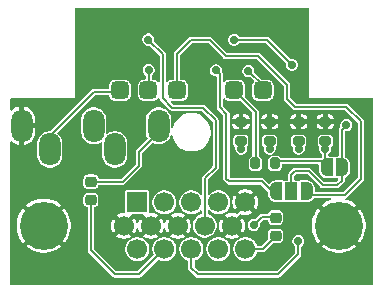
<source format=gtl>
G04 #@! TF.GenerationSoftware,KiCad,Pcbnew,9.0.0*
G04 #@! TF.CreationDate,2025-03-27T12:33:45-07:00*
G04 #@! TF.ProjectId,SNES2VGA,534e4553-3256-4474-912e-6b696361645f,1*
G04 #@! TF.SameCoordinates,Original*
G04 #@! TF.FileFunction,Copper,L1,Top*
G04 #@! TF.FilePolarity,Positive*
%FSLAX46Y46*%
G04 Gerber Fmt 4.6, Leading zero omitted, Abs format (unit mm)*
G04 Created by KiCad (PCBNEW 9.0.0) date 2025-03-27 12:33:45*
%MOMM*%
%LPD*%
G01*
G04 APERTURE LIST*
G04 Aperture macros list*
%AMRoundRect*
0 Rectangle with rounded corners*
0 $1 Rounding radius*
0 $2 $3 $4 $5 $6 $7 $8 $9 X,Y pos of 4 corners*
0 Add a 4 corners polygon primitive as box body*
4,1,4,$2,$3,$4,$5,$6,$7,$8,$9,$2,$3,0*
0 Add four circle primitives for the rounded corners*
1,1,$1+$1,$2,$3*
1,1,$1+$1,$4,$5*
1,1,$1+$1,$6,$7*
1,1,$1+$1,$8,$9*
0 Add four rect primitives between the rounded corners*
20,1,$1+$1,$2,$3,$4,$5,0*
20,1,$1+$1,$4,$5,$6,$7,0*
20,1,$1+$1,$6,$7,$8,$9,0*
20,1,$1+$1,$8,$9,$2,$3,0*%
%AMFreePoly0*
4,1,23,0.550000,-0.750000,0.000000,-0.750000,0.000000,-0.745722,-0.065263,-0.745722,-0.191342,-0.711940,-0.304381,-0.646677,-0.396677,-0.554381,-0.461940,-0.441342,-0.495722,-0.315263,-0.495722,-0.250000,-0.500000,-0.250000,-0.500000,0.250000,-0.495722,0.250000,-0.495722,0.315263,-0.461940,0.441342,-0.396677,0.554381,-0.304381,0.646677,-0.191342,0.711940,-0.065263,0.745722,0.000000,0.745722,
0.000000,0.750000,0.550000,0.750000,0.550000,-0.750000,0.550000,-0.750000,$1*%
%AMFreePoly1*
4,1,23,0.000000,0.745722,0.065263,0.745722,0.191342,0.711940,0.304381,0.646677,0.396677,0.554381,0.461940,0.441342,0.495722,0.315263,0.495722,0.250000,0.500000,0.250000,0.500000,-0.250000,0.495722,-0.250000,0.495722,-0.315263,0.461940,-0.441342,0.396677,-0.554381,0.304381,-0.646677,0.191342,-0.711940,0.065263,-0.745722,0.000000,-0.745722,0.000000,-0.750000,-0.550000,-0.750000,
-0.550000,0.750000,0.000000,0.750000,0.000000,0.745722,0.000000,0.745722,$1*%
%AMFreePoly2*
4,1,23,0.500000,-0.750000,0.000000,-0.750000,0.000000,-0.745722,-0.065263,-0.745722,-0.191342,-0.711940,-0.304381,-0.646677,-0.396677,-0.554381,-0.461940,-0.441342,-0.495722,-0.315263,-0.495722,-0.250000,-0.500000,-0.250000,-0.500000,0.250000,-0.495722,0.250000,-0.495722,0.315263,-0.461940,0.441342,-0.396677,0.554381,-0.304381,0.646677,-0.191342,0.711940,-0.065263,0.745722,0.000000,0.745722,
0.000000,0.750000,0.500000,0.750000,0.500000,-0.750000,0.500000,-0.750000,$1*%
%AMFreePoly3*
4,1,23,0.000000,0.745722,0.065263,0.745722,0.191342,0.711940,0.304381,0.646677,0.396677,0.554381,0.461940,0.441342,0.495722,0.315263,0.495722,0.250000,0.500000,0.250000,0.500000,-0.250000,0.495722,-0.250000,0.495722,-0.315263,0.461940,-0.441342,0.396677,-0.554381,0.304381,-0.646677,0.191342,-0.711940,0.065263,-0.745722,0.000000,-0.745722,0.000000,-0.750000,-0.500000,-0.750000,
-0.500000,0.750000,0.000000,0.750000,0.000000,0.745722,0.000000,0.745722,$1*%
G04 Aperture macros list end*
G04 #@! TA.AperFunction,SMDPad,CuDef*
%ADD10RoundRect,0.225000X0.250000X-0.225000X0.250000X0.225000X-0.250000X0.225000X-0.250000X-0.225000X0*%
G04 #@! TD*
G04 #@! TA.AperFunction,ConnectorPad*
%ADD11RoundRect,0.375000X-0.375000X-0.375000X0.375000X-0.375000X0.375000X0.375000X-0.375000X0.375000X0*%
G04 #@! TD*
G04 #@! TA.AperFunction,SMDPad,CuDef*
%ADD12RoundRect,0.200000X-0.200000X-0.275000X0.200000X-0.275000X0.200000X0.275000X-0.200000X0.275000X0*%
G04 #@! TD*
G04 #@! TA.AperFunction,SMDPad,CuDef*
%ADD13RoundRect,0.200000X0.275000X-0.200000X0.275000X0.200000X-0.275000X0.200000X-0.275000X-0.200000X0*%
G04 #@! TD*
G04 #@! TA.AperFunction,SMDPad,CuDef*
%ADD14FreePoly0,0.000000*%
G04 #@! TD*
G04 #@! TA.AperFunction,SMDPad,CuDef*
%ADD15R,1.000000X1.500000*%
G04 #@! TD*
G04 #@! TA.AperFunction,SMDPad,CuDef*
%ADD16FreePoly1,0.000000*%
G04 #@! TD*
G04 #@! TA.AperFunction,SMDPad,CuDef*
%ADD17FreePoly2,180.000000*%
G04 #@! TD*
G04 #@! TA.AperFunction,SMDPad,CuDef*
%ADD18FreePoly3,180.000000*%
G04 #@! TD*
G04 #@! TA.AperFunction,ComponentPad*
%ADD19R,1.700000X1.700000*%
G04 #@! TD*
G04 #@! TA.AperFunction,ComponentPad*
%ADD20C,1.700000*%
G04 #@! TD*
G04 #@! TA.AperFunction,ComponentPad*
%ADD21C,4.066000*%
G04 #@! TD*
G04 #@! TA.AperFunction,ComponentPad*
%ADD22O,1.800000X2.800000*%
G04 #@! TD*
G04 #@! TA.AperFunction,ViaPad*
%ADD23C,0.700000*%
G04 #@! TD*
G04 #@! TA.AperFunction,Conductor*
%ADD24C,0.200000*%
G04 #@! TD*
G04 APERTURE END LIST*
D10*
X132430000Y-104825000D03*
X132430000Y-103275000D03*
D11*
X146980000Y-95540000D03*
X144560000Y-95540000D03*
X142140000Y-95540000D03*
X139720000Y-95540000D03*
X137300000Y-95540000D03*
X134880000Y-95540000D03*
D12*
X146355000Y-101730000D03*
X148005000Y-101730000D03*
D13*
X145130000Y-99845000D03*
X145130000Y-98195000D03*
X147560000Y-99845000D03*
X147560000Y-98195000D03*
X150010000Y-99845000D03*
X150010000Y-98195000D03*
X152270000Y-99845000D03*
X152270000Y-98195000D03*
D10*
X148060000Y-107860000D03*
X148060000Y-106310000D03*
D14*
X148102800Y-104089200D03*
D15*
X149402800Y-104089200D03*
D16*
X150702800Y-104089200D03*
D17*
X153700000Y-102070000D03*
D18*
X152400000Y-102070000D03*
D19*
X136345000Y-105020000D03*
D20*
X138635000Y-105020000D03*
X140925000Y-105020000D03*
X143215000Y-105020000D03*
X145505000Y-105020000D03*
X135200000Y-107000000D03*
X137490000Y-107000000D03*
X139780000Y-107000000D03*
X142070000Y-107000000D03*
X144360000Y-107000000D03*
X136345000Y-108980000D03*
X138635000Y-108980000D03*
X140925000Y-108980000D03*
X143215000Y-108980000D03*
X145505000Y-108980000D03*
D21*
X153420000Y-107000000D03*
X128430000Y-107000000D03*
D22*
X134450000Y-100550000D03*
X132650000Y-98550000D03*
X126550000Y-98550000D03*
X128950000Y-100550000D03*
X138150000Y-98550000D03*
D23*
X145760000Y-93900000D03*
X145150000Y-100480000D03*
X147550000Y-100469950D03*
X144560000Y-91259991D03*
X149430000Y-93380000D03*
X150010000Y-100490000D03*
X149990000Y-108300000D03*
X152270000Y-100490000D03*
X137310000Y-93809998D03*
X143010000Y-93850000D03*
X137280000Y-91240000D03*
X146200000Y-106939990D03*
X134493000Y-97663000D03*
X132537200Y-94538800D03*
X137540000Y-102880000D03*
X149479000Y-90043000D03*
X139810000Y-103440000D03*
X141470000Y-93030000D03*
X136017000Y-100203000D03*
X154060000Y-98470000D03*
D24*
X146960000Y-95100000D02*
X145760000Y-93900000D01*
X145150000Y-100480000D02*
X145150000Y-99880000D01*
X147550000Y-100470000D02*
X147550000Y-99840000D01*
X147330000Y-91280000D02*
X144580009Y-91280000D01*
X149430000Y-93380000D02*
X147330000Y-91280000D01*
X144580009Y-91280000D02*
X144560000Y-91259991D01*
X150020000Y-100460000D02*
X150020000Y-99820000D01*
X132650000Y-95690000D02*
X128950000Y-99390000D01*
X134470000Y-95690000D02*
X132650000Y-95690000D01*
X140940000Y-110580000D02*
X140940000Y-109250000D01*
X149990000Y-108300000D02*
X149990000Y-109410000D01*
X148170000Y-101560000D02*
X151960000Y-101560000D01*
X148270000Y-111130000D02*
X141490000Y-111130000D01*
X141490000Y-111130000D02*
X140940000Y-110580000D01*
X151960000Y-101560000D02*
X152350000Y-101950000D01*
X149990000Y-109410000D02*
X148270000Y-111130000D01*
X152270000Y-99840000D02*
X152270000Y-101870000D01*
X149060000Y-95080000D02*
X146610000Y-92630000D01*
X155260000Y-103050000D02*
X155260000Y-98180000D01*
X146610000Y-92630000D02*
X143820000Y-92630000D01*
X149060000Y-96290000D02*
X149060000Y-95080000D01*
X150702800Y-103930300D02*
X151182500Y-104410000D01*
X139710000Y-92480000D02*
X139710000Y-95690000D01*
X143820000Y-92630000D02*
X142480000Y-91290000D01*
X155260000Y-98180000D02*
X154010000Y-96930000D01*
X140900000Y-91290000D02*
X139710000Y-92480000D01*
X154010000Y-96930000D02*
X149700000Y-96930000D01*
X151182500Y-104410000D02*
X153900000Y-104410000D01*
X142480000Y-91290000D02*
X140900000Y-91290000D01*
X149700000Y-96930000D02*
X149060000Y-96290000D01*
X153900000Y-104410000D02*
X155260000Y-103050000D01*
X146910000Y-103260000D02*
X144142900Y-103260000D01*
X144142900Y-103260000D02*
X143900000Y-103017100D01*
X148090000Y-103917500D02*
X147567500Y-103917500D01*
X143360000Y-94200000D02*
X143010000Y-93850000D01*
X137310000Y-95470000D02*
X137310000Y-93809998D01*
X147567500Y-103917500D02*
X146910000Y-103260000D01*
X143360000Y-96990000D02*
X143360000Y-94200000D01*
X147567500Y-103917500D02*
X147931100Y-103917500D01*
X143900000Y-103017100D02*
X143900000Y-97530000D01*
X143900000Y-97530000D02*
X143360000Y-96990000D01*
X142070000Y-106760000D02*
X142070000Y-103000000D01*
X142990000Y-98090000D02*
X141910000Y-97010000D01*
X142990000Y-102080000D02*
X142990000Y-98090000D01*
X141910000Y-97010000D02*
X139310000Y-97010000D01*
X139310000Y-97010000D02*
X138510000Y-96210000D01*
X138510000Y-96210000D02*
X138510000Y-92470000D01*
X138510000Y-92470000D02*
X137280000Y-91240000D01*
X142070000Y-103000000D02*
X142990000Y-102080000D01*
X146360000Y-97340000D02*
X146360000Y-101730000D01*
X144560000Y-95540000D02*
X146360000Y-97340000D01*
X136480000Y-111130000D02*
X134460000Y-111130000D01*
X138630000Y-108980000D02*
X136480000Y-111130000D01*
X134460000Y-111130000D02*
X132430000Y-109100000D01*
X132430000Y-109100000D02*
X132430000Y-104825000D01*
X136480000Y-101920000D02*
X135130000Y-103270000D01*
X138150000Y-99060000D02*
X136480000Y-100730000D01*
X136480000Y-100730000D02*
X136480000Y-101920000D01*
X135130000Y-103270000D02*
X132390000Y-103270000D01*
X148020000Y-106250000D02*
X146889990Y-106250000D01*
X146889990Y-106250000D02*
X146200000Y-106939990D01*
X148060000Y-107890000D02*
X146980000Y-108970000D01*
X146980000Y-108970000D02*
X145250000Y-108970000D01*
X150860000Y-102350000D02*
X149730000Y-102350000D01*
X154060000Y-98470000D02*
X153650000Y-98880000D01*
X149380000Y-102700000D02*
X149380000Y-104066400D01*
X152060000Y-103550000D02*
X150860000Y-102350000D01*
X153290000Y-103550000D02*
X152060000Y-103550000D01*
X153650000Y-98880000D02*
X153650000Y-103190000D01*
X153650000Y-103190000D02*
X153290000Y-103550000D01*
X149730000Y-102350000D02*
X149380000Y-102700000D01*
G04 #@! TA.AperFunction,Conductor*
G36*
X136836581Y-106048982D02*
G01*
X136856739Y-106083897D01*
X137304822Y-106531980D01*
X137297007Y-106534075D01*
X137182993Y-106599901D01*
X137089901Y-106692993D01*
X137024075Y-106807007D01*
X137021980Y-106814822D01*
X136583464Y-106376306D01*
X136549195Y-106423476D01*
X136470594Y-106577736D01*
X136470589Y-106577749D01*
X136420133Y-106733036D01*
X136386863Y-106775619D01*
X136334005Y-106786854D01*
X136286291Y-106761484D01*
X136269867Y-106733036D01*
X136219410Y-106577749D01*
X136219405Y-106577736D01*
X136140804Y-106423475D01*
X136106534Y-106376306D01*
X135668018Y-106814821D01*
X135665925Y-106807007D01*
X135600099Y-106692993D01*
X135507007Y-106599901D01*
X135392993Y-106534075D01*
X135385176Y-106531980D01*
X135834644Y-106082512D01*
X135839881Y-106063626D01*
X135884416Y-106033017D01*
X135904198Y-106030500D01*
X136785801Y-106030500D01*
X136836581Y-106048982D01*
G37*
G04 #@! TD.AperFunction*
G04 #@! TA.AperFunction,Conductor*
G36*
X150821280Y-88548982D02*
G01*
X150848300Y-88595782D01*
X150849500Y-88609500D01*
X150849500Y-96099082D01*
X150849500Y-96140918D01*
X150849501Y-96140920D01*
X150879079Y-96170498D01*
X150879081Y-96170499D01*
X150879082Y-96170500D01*
X156220500Y-96170500D01*
X156271280Y-96188982D01*
X156298300Y-96235782D01*
X156299500Y-96249500D01*
X156299500Y-111930500D01*
X156281018Y-111981280D01*
X156234218Y-112008300D01*
X156220500Y-112009500D01*
X125679500Y-112009500D01*
X125628720Y-111991018D01*
X125601700Y-111944218D01*
X125600500Y-111930500D01*
X125600500Y-107149639D01*
X126146999Y-107149639D01*
X126186060Y-107446339D01*
X126263517Y-107735413D01*
X126263518Y-107735416D01*
X126378046Y-108011913D01*
X126527679Y-108271084D01*
X126678941Y-108468214D01*
X126678942Y-108468215D01*
X127165503Y-107981653D01*
X127209588Y-108042330D01*
X127387670Y-108220412D01*
X127448344Y-108264494D01*
X126961783Y-108751056D01*
X126961784Y-108751057D01*
X127158915Y-108902320D01*
X127418086Y-109051953D01*
X127694583Y-109166481D01*
X127694586Y-109166482D01*
X127983660Y-109243939D01*
X128280360Y-109283000D01*
X128579639Y-109283000D01*
X128876339Y-109243939D01*
X129165413Y-109166482D01*
X129165416Y-109166481D01*
X129441913Y-109051953D01*
X129701086Y-108902319D01*
X129701091Y-108902316D01*
X129898214Y-108751056D01*
X129898215Y-108751056D01*
X129411654Y-108264495D01*
X129472330Y-108220412D01*
X129650412Y-108042330D01*
X129694495Y-107981654D01*
X130181056Y-108468215D01*
X130181056Y-108468214D01*
X130332316Y-108271091D01*
X130332319Y-108271086D01*
X130481953Y-108011913D01*
X130596481Y-107735416D01*
X130596482Y-107735413D01*
X130673939Y-107446339D01*
X130713000Y-107149639D01*
X130713000Y-106850360D01*
X130673939Y-106553660D01*
X130596482Y-106264586D01*
X130596481Y-106264583D01*
X130481953Y-105988086D01*
X130332320Y-105728915D01*
X130181057Y-105531784D01*
X130181056Y-105531783D01*
X129694494Y-106018344D01*
X129650412Y-105957670D01*
X129472330Y-105779588D01*
X129411653Y-105735504D01*
X129898215Y-105248942D01*
X129898214Y-105248941D01*
X129701084Y-105097679D01*
X129441913Y-104948046D01*
X129165416Y-104833518D01*
X129165413Y-104833517D01*
X128876339Y-104756060D01*
X128579639Y-104717000D01*
X128280361Y-104717000D01*
X127983660Y-104756060D01*
X127694586Y-104833517D01*
X127694583Y-104833518D01*
X127418086Y-104948046D01*
X127158915Y-105097679D01*
X126961784Y-105248941D01*
X126961783Y-105248942D01*
X127448345Y-105735504D01*
X127387670Y-105779588D01*
X127209588Y-105957670D01*
X127165504Y-106018345D01*
X126678942Y-105531783D01*
X126678941Y-105531784D01*
X126527679Y-105728915D01*
X126378046Y-105988086D01*
X126263518Y-106264583D01*
X126263517Y-106264586D01*
X126186060Y-106553660D01*
X126147000Y-106850360D01*
X126147000Y-107149639D01*
X126146999Y-107149639D01*
X125600500Y-107149639D01*
X125600500Y-104563416D01*
X131794500Y-104563416D01*
X131794500Y-105086583D01*
X131805418Y-105161518D01*
X131861922Y-105277099D01*
X131861926Y-105277105D01*
X131952894Y-105368073D01*
X131952897Y-105368075D01*
X131952898Y-105368076D01*
X132068480Y-105424581D01*
X132068482Y-105424582D01*
X132101891Y-105429449D01*
X132149475Y-105455060D01*
X132169465Y-105505266D01*
X132169500Y-105507624D01*
X132169500Y-109151819D01*
X132209156Y-109247557D01*
X132209161Y-109247564D01*
X133400973Y-110439376D01*
X134312439Y-111350842D01*
X134380140Y-111378884D01*
X134408183Y-111390500D01*
X134408184Y-111390500D01*
X136531817Y-111390500D01*
X136563731Y-111377280D01*
X136627557Y-111350843D01*
X136627558Y-111350842D01*
X136627561Y-111350841D01*
X138081235Y-109897165D01*
X138130210Y-109874328D01*
X138167327Y-109880041D01*
X138340242Y-109951665D01*
X138340244Y-109951665D01*
X138340248Y-109951667D01*
X138535474Y-109990500D01*
X138734526Y-109990500D01*
X138929752Y-109951667D01*
X139113651Y-109875493D01*
X139279156Y-109764906D01*
X139419906Y-109624156D01*
X139530493Y-109458651D01*
X139606667Y-109274752D01*
X139645500Y-109079526D01*
X139645500Y-108880474D01*
X139914500Y-108880474D01*
X139914500Y-109079526D01*
X139931797Y-109166482D01*
X139953333Y-109274753D01*
X139953334Y-109274757D01*
X140029504Y-109458645D01*
X140029507Y-109458651D01*
X140140092Y-109624154D01*
X140140098Y-109624161D01*
X140280838Y-109764901D01*
X140280844Y-109764906D01*
X140446349Y-109875493D01*
X140446354Y-109875495D01*
X140630732Y-109951868D01*
X140670574Y-109988376D01*
X140679500Y-110024854D01*
X140679500Y-110631819D01*
X140719156Y-110727557D01*
X140719158Y-110727560D01*
X140719159Y-110727561D01*
X141269159Y-111277561D01*
X141342436Y-111350838D01*
X141342439Y-111350841D01*
X141342442Y-111350843D01*
X141438180Y-111390499D01*
X141438183Y-111390500D01*
X148321817Y-111390500D01*
X148353731Y-111377280D01*
X148417557Y-111350843D01*
X148417558Y-111350842D01*
X148417561Y-111350841D01*
X150210841Y-109557561D01*
X150250500Y-109461817D01*
X150250500Y-108784686D01*
X150268982Y-108733906D01*
X150277608Y-108725119D01*
X150283377Y-108720092D01*
X150303454Y-108708502D01*
X150398502Y-108613454D01*
X150465710Y-108497046D01*
X150500500Y-108367209D01*
X150500500Y-108232791D01*
X150465710Y-108102954D01*
X150464003Y-108099998D01*
X150417473Y-108019405D01*
X150398502Y-107986546D01*
X150398501Y-107986545D01*
X150398500Y-107986543D01*
X150303456Y-107891499D01*
X150187047Y-107824290D01*
X150187045Y-107824289D01*
X150057209Y-107789500D01*
X149922791Y-107789500D01*
X149922790Y-107789500D01*
X149792954Y-107824289D01*
X149792952Y-107824290D01*
X149676543Y-107891499D01*
X149581499Y-107986543D01*
X149514290Y-108102952D01*
X149514289Y-108102954D01*
X149479500Y-108232790D01*
X149479500Y-108367209D01*
X149514289Y-108497045D01*
X149514290Y-108497047D01*
X149581499Y-108613456D01*
X149676542Y-108708499D01*
X149676546Y-108708502D01*
X149689999Y-108716269D01*
X149724735Y-108757665D01*
X149729500Y-108784686D01*
X149729500Y-109269376D01*
X149711018Y-109320156D01*
X149706361Y-109325237D01*
X148185237Y-110846361D01*
X148136261Y-110869199D01*
X148129376Y-110869500D01*
X141630624Y-110869500D01*
X141579844Y-110851018D01*
X141574763Y-110846361D01*
X141223639Y-110495237D01*
X141200801Y-110446261D01*
X141200500Y-110439376D01*
X141200500Y-110012427D01*
X141218982Y-109961647D01*
X141249268Y-109939441D01*
X141253654Y-109937624D01*
X141403651Y-109875493D01*
X141569156Y-109764906D01*
X141709906Y-109624156D01*
X141820493Y-109458651D01*
X141896667Y-109274752D01*
X141935500Y-109079526D01*
X141935500Y-108880474D01*
X142204500Y-108880474D01*
X142204500Y-109079526D01*
X142221797Y-109166482D01*
X142243333Y-109274753D01*
X142243334Y-109274757D01*
X142319504Y-109458645D01*
X142319507Y-109458651D01*
X142430092Y-109624154D01*
X142430098Y-109624161D01*
X142570838Y-109764901D01*
X142570844Y-109764906D01*
X142736349Y-109875493D01*
X142736354Y-109875495D01*
X142920242Y-109951665D01*
X142920244Y-109951665D01*
X142920248Y-109951667D01*
X143115474Y-109990500D01*
X143314526Y-109990500D01*
X143509752Y-109951667D01*
X143693651Y-109875493D01*
X143859156Y-109764906D01*
X143999906Y-109624156D01*
X144110493Y-109458651D01*
X144186667Y-109274752D01*
X144225500Y-109079526D01*
X144225500Y-108880474D01*
X144494500Y-108880474D01*
X144494500Y-109079526D01*
X144511797Y-109166482D01*
X144533333Y-109274753D01*
X144533334Y-109274757D01*
X144609504Y-109458645D01*
X144609507Y-109458651D01*
X144720092Y-109624154D01*
X144720098Y-109624161D01*
X144860838Y-109764901D01*
X144860844Y-109764906D01*
X145026349Y-109875493D01*
X145026354Y-109875495D01*
X145210242Y-109951665D01*
X145210244Y-109951665D01*
X145210248Y-109951667D01*
X145405474Y-109990500D01*
X145604526Y-109990500D01*
X145799752Y-109951667D01*
X145983651Y-109875493D01*
X146149156Y-109764906D01*
X146289906Y-109624156D01*
X146400493Y-109458651D01*
X146433667Y-109378561D01*
X146474797Y-109279268D01*
X146511305Y-109239426D01*
X146547783Y-109230500D01*
X147031817Y-109230500D01*
X147063731Y-109217280D01*
X147127557Y-109190843D01*
X147127558Y-109190842D01*
X147127561Y-109190841D01*
X147824764Y-108493639D01*
X147873740Y-108470801D01*
X147880625Y-108470500D01*
X148346578Y-108470500D01*
X148346582Y-108470500D01*
X148421518Y-108459582D01*
X148537102Y-108403076D01*
X148628076Y-108312102D01*
X148684582Y-108196518D01*
X148695500Y-108121582D01*
X148695500Y-107598418D01*
X148684582Y-107523482D01*
X148628076Y-107407898D01*
X148628075Y-107407897D01*
X148628073Y-107407894D01*
X148537105Y-107316926D01*
X148537099Y-107316922D01*
X148467387Y-107282842D01*
X148421518Y-107260418D01*
X148421520Y-107260418D01*
X148346583Y-107249500D01*
X148346582Y-107249500D01*
X147773418Y-107249500D01*
X147773416Y-107249500D01*
X147698481Y-107260418D01*
X147582900Y-107316922D01*
X147582894Y-107316926D01*
X147491926Y-107407894D01*
X147491922Y-107407900D01*
X147435418Y-107523481D01*
X147424500Y-107598416D01*
X147424500Y-108124373D01*
X147406018Y-108175153D01*
X147401362Y-108180234D01*
X147020995Y-108560603D01*
X146895237Y-108686361D01*
X146846260Y-108709199D01*
X146839375Y-108709500D01*
X146539499Y-108709500D01*
X146488719Y-108691018D01*
X146466513Y-108660732D01*
X146400495Y-108501354D01*
X146400492Y-108501348D01*
X146379879Y-108470499D01*
X146311688Y-108368443D01*
X146289907Y-108335845D01*
X146289901Y-108335838D01*
X146149161Y-108195098D01*
X146149154Y-108195092D01*
X145983651Y-108084507D01*
X145983645Y-108084504D01*
X145799757Y-108008334D01*
X145799753Y-108008333D01*
X145604526Y-107969500D01*
X145405474Y-107969500D01*
X145210246Y-108008333D01*
X145210242Y-108008334D01*
X145026354Y-108084504D01*
X145026348Y-108084507D01*
X144860845Y-108195092D01*
X144860838Y-108195098D01*
X144720098Y-108335838D01*
X144720092Y-108335845D01*
X144609507Y-108501348D01*
X144609504Y-108501354D01*
X144533334Y-108685242D01*
X144533333Y-108685246D01*
X144518928Y-108757665D01*
X144494500Y-108880474D01*
X144225500Y-108880474D01*
X144186667Y-108685248D01*
X144177334Y-108662717D01*
X144110495Y-108501354D01*
X144110492Y-108501348D01*
X144089879Y-108470499D01*
X144021688Y-108368443D01*
X143999907Y-108335845D01*
X143999901Y-108335838D01*
X143859161Y-108195098D01*
X143859154Y-108195092D01*
X143693651Y-108084507D01*
X143693645Y-108084504D01*
X143509757Y-108008334D01*
X143509753Y-108008333D01*
X143314526Y-107969500D01*
X143115474Y-107969500D01*
X142920246Y-108008333D01*
X142920242Y-108008334D01*
X142736354Y-108084504D01*
X142736348Y-108084507D01*
X142570845Y-108195092D01*
X142570838Y-108195098D01*
X142430098Y-108335838D01*
X142430092Y-108335845D01*
X142319507Y-108501348D01*
X142319504Y-108501354D01*
X142243334Y-108685242D01*
X142243333Y-108685246D01*
X142228928Y-108757665D01*
X142204500Y-108880474D01*
X141935500Y-108880474D01*
X141896667Y-108685248D01*
X141887334Y-108662717D01*
X141820495Y-108501354D01*
X141820492Y-108501348D01*
X141799879Y-108470499D01*
X141731688Y-108368443D01*
X141709907Y-108335845D01*
X141709901Y-108335838D01*
X141569161Y-108195098D01*
X141569154Y-108195092D01*
X141403651Y-108084507D01*
X141403645Y-108084504D01*
X141219757Y-108008334D01*
X141219753Y-108008333D01*
X141024526Y-107969500D01*
X140825474Y-107969500D01*
X140630246Y-108008333D01*
X140630242Y-108008334D01*
X140446354Y-108084504D01*
X140446348Y-108084507D01*
X140280845Y-108195092D01*
X140280838Y-108195098D01*
X140140098Y-108335838D01*
X140140092Y-108335845D01*
X140029507Y-108501348D01*
X140029504Y-108501354D01*
X139953334Y-108685242D01*
X139953333Y-108685246D01*
X139938928Y-108757665D01*
X139914500Y-108880474D01*
X139645500Y-108880474D01*
X139606667Y-108685248D01*
X139597334Y-108662717D01*
X139530495Y-108501354D01*
X139530492Y-108501348D01*
X139509879Y-108470499D01*
X139441688Y-108368443D01*
X139419907Y-108335845D01*
X139419901Y-108335838D01*
X139279161Y-108195098D01*
X139279154Y-108195092D01*
X139113651Y-108084507D01*
X139113645Y-108084504D01*
X138929757Y-108008334D01*
X138929753Y-108008333D01*
X138734526Y-107969500D01*
X138535474Y-107969500D01*
X138340246Y-108008333D01*
X138340242Y-108008334D01*
X138156354Y-108084504D01*
X138156348Y-108084507D01*
X137990845Y-108195092D01*
X137990838Y-108195098D01*
X137850098Y-108335838D01*
X137850092Y-108335845D01*
X137739507Y-108501348D01*
X137739504Y-108501354D01*
X137663334Y-108685242D01*
X137663333Y-108685246D01*
X137648928Y-108757665D01*
X137624500Y-108880474D01*
X137624500Y-109079526D01*
X137641797Y-109166482D01*
X137663333Y-109274753D01*
X137663334Y-109274757D01*
X137732029Y-109440599D01*
X137734387Y-109494586D01*
X137714904Y-109526692D01*
X136395237Y-110846361D01*
X136346261Y-110869199D01*
X136339376Y-110869500D01*
X134600625Y-110869500D01*
X134549845Y-110851018D01*
X134544764Y-110846361D01*
X132713639Y-109015236D01*
X132706351Y-108999608D01*
X132695264Y-108986395D01*
X132692268Y-108969408D01*
X132690801Y-108966260D01*
X132690500Y-108959375D01*
X132690500Y-108880474D01*
X135334500Y-108880474D01*
X135334500Y-109079526D01*
X135351797Y-109166482D01*
X135373333Y-109274753D01*
X135373334Y-109274757D01*
X135449504Y-109458645D01*
X135449507Y-109458651D01*
X135560092Y-109624154D01*
X135560098Y-109624161D01*
X135700838Y-109764901D01*
X135700844Y-109764906D01*
X135866349Y-109875493D01*
X135866354Y-109875495D01*
X136050242Y-109951665D01*
X136050244Y-109951665D01*
X136050248Y-109951667D01*
X136245474Y-109990500D01*
X136444526Y-109990500D01*
X136639752Y-109951667D01*
X136823651Y-109875493D01*
X136989156Y-109764906D01*
X137129906Y-109624156D01*
X137240493Y-109458651D01*
X137316667Y-109274752D01*
X137355500Y-109079526D01*
X137355500Y-108880474D01*
X137316667Y-108685248D01*
X137307334Y-108662717D01*
X137240495Y-108501354D01*
X137240492Y-108501348D01*
X137219879Y-108470499D01*
X137151688Y-108368443D01*
X137129907Y-108335845D01*
X137129901Y-108335838D01*
X136989161Y-108195098D01*
X136989154Y-108195092D01*
X136823651Y-108084507D01*
X136823645Y-108084504D01*
X136639757Y-108008334D01*
X136639753Y-108008333D01*
X136444526Y-107969500D01*
X136245474Y-107969500D01*
X136050246Y-108008333D01*
X136050242Y-108008334D01*
X135866354Y-108084504D01*
X135866348Y-108084507D01*
X135700845Y-108195092D01*
X135700838Y-108195098D01*
X135560098Y-108335838D01*
X135560092Y-108335845D01*
X135449507Y-108501348D01*
X135449504Y-108501354D01*
X135373334Y-108685242D01*
X135373333Y-108685246D01*
X135358928Y-108757665D01*
X135334500Y-108880474D01*
X132690500Y-108880474D01*
X132690500Y-106913432D01*
X134100000Y-106913432D01*
X134100000Y-107086567D01*
X134100001Y-107086583D01*
X134127083Y-107257573D01*
X134127088Y-107257593D01*
X134180589Y-107422250D01*
X134180594Y-107422263D01*
X134259195Y-107576524D01*
X134293464Y-107623692D01*
X134731980Y-107185176D01*
X134734075Y-107192993D01*
X134799901Y-107307007D01*
X134892993Y-107400099D01*
X135007007Y-107465925D01*
X135014821Y-107468018D01*
X134576306Y-107906534D01*
X134623475Y-107940804D01*
X134777736Y-108019405D01*
X134777749Y-108019410D01*
X134942406Y-108072911D01*
X134942426Y-108072916D01*
X135113416Y-108099998D01*
X135113433Y-108100000D01*
X135286567Y-108100000D01*
X135286583Y-108099998D01*
X135457573Y-108072916D01*
X135457593Y-108072911D01*
X135622250Y-108019410D01*
X135622263Y-108019405D01*
X135776525Y-107940803D01*
X135823692Y-107906534D01*
X135385177Y-107468019D01*
X135392993Y-107465925D01*
X135507007Y-107400099D01*
X135600099Y-107307007D01*
X135665925Y-107192993D01*
X135668019Y-107185177D01*
X136106534Y-107623692D01*
X136140803Y-107576525D01*
X136219405Y-107422263D01*
X136219410Y-107422250D01*
X136269867Y-107266963D01*
X136303137Y-107224380D01*
X136355995Y-107213145D01*
X136403709Y-107238515D01*
X136420133Y-107266963D01*
X136470589Y-107422250D01*
X136470594Y-107422263D01*
X136549195Y-107576524D01*
X136583464Y-107623692D01*
X137021980Y-107185176D01*
X137024075Y-107192993D01*
X137089901Y-107307007D01*
X137182993Y-107400099D01*
X137297007Y-107465925D01*
X137304821Y-107468018D01*
X136866306Y-107906534D01*
X136913475Y-107940804D01*
X137067736Y-108019405D01*
X137067749Y-108019410D01*
X137232406Y-108072911D01*
X137232426Y-108072916D01*
X137403416Y-108099998D01*
X137403433Y-108100000D01*
X137576567Y-108100000D01*
X137576583Y-108099998D01*
X137747573Y-108072916D01*
X137747593Y-108072911D01*
X137912250Y-108019410D01*
X137912263Y-108019405D01*
X138066525Y-107940803D01*
X138113692Y-107906534D01*
X137675177Y-107468019D01*
X137682993Y-107465925D01*
X137797007Y-107400099D01*
X137890099Y-107307007D01*
X137955925Y-107192993D01*
X137958019Y-107185177D01*
X138396534Y-107623692D01*
X138430803Y-107576525D01*
X138509405Y-107422263D01*
X138509410Y-107422250D01*
X138559867Y-107266963D01*
X138593137Y-107224380D01*
X138645995Y-107213145D01*
X138693709Y-107238515D01*
X138710133Y-107266963D01*
X138760589Y-107422250D01*
X138760594Y-107422263D01*
X138839195Y-107576524D01*
X138873464Y-107623692D01*
X139311980Y-107185176D01*
X139314075Y-107192993D01*
X139379901Y-107307007D01*
X139472993Y-107400099D01*
X139587007Y-107465925D01*
X139594821Y-107468018D01*
X139156306Y-107906534D01*
X139203475Y-107940804D01*
X139357736Y-108019405D01*
X139357749Y-108019410D01*
X139522406Y-108072911D01*
X139522426Y-108072916D01*
X139693416Y-108099998D01*
X139693433Y-108100000D01*
X139866567Y-108100000D01*
X139866583Y-108099998D01*
X140037573Y-108072916D01*
X140037593Y-108072911D01*
X140202250Y-108019410D01*
X140202263Y-108019405D01*
X140356525Y-107940803D01*
X140403692Y-107906534D01*
X139965177Y-107468019D01*
X139972993Y-107465925D01*
X140087007Y-107400099D01*
X140180099Y-107307007D01*
X140245925Y-107192993D01*
X140248019Y-107185177D01*
X140686534Y-107623692D01*
X140720803Y-107576525D01*
X140799405Y-107422263D01*
X140799410Y-107422250D01*
X140852911Y-107257593D01*
X140852916Y-107257573D01*
X140879998Y-107086583D01*
X140880000Y-107086567D01*
X140880000Y-106913432D01*
X140879998Y-106913416D01*
X140852916Y-106742426D01*
X140852911Y-106742406D01*
X140799410Y-106577749D01*
X140799405Y-106577736D01*
X140720804Y-106423475D01*
X140686534Y-106376306D01*
X140248018Y-106814821D01*
X140245925Y-106807007D01*
X140180099Y-106692993D01*
X140087007Y-106599901D01*
X139972993Y-106534075D01*
X139965176Y-106531980D01*
X140403692Y-106093464D01*
X140356524Y-106059195D01*
X140202263Y-105980594D01*
X140202250Y-105980589D01*
X140037593Y-105927088D01*
X140037573Y-105927083D01*
X139866583Y-105900001D01*
X139866567Y-105900000D01*
X139693433Y-105900000D01*
X139693416Y-105900001D01*
X139522426Y-105927083D01*
X139522406Y-105927088D01*
X139357749Y-105980589D01*
X139357736Y-105980594D01*
X139203476Y-106059195D01*
X139156306Y-106093464D01*
X139594822Y-106531980D01*
X139587007Y-106534075D01*
X139472993Y-106599901D01*
X139379901Y-106692993D01*
X139314075Y-106807007D01*
X139311980Y-106814822D01*
X138873464Y-106376306D01*
X138839195Y-106423476D01*
X138760594Y-106577736D01*
X138760589Y-106577749D01*
X138710133Y-106733036D01*
X138676863Y-106775619D01*
X138624005Y-106786854D01*
X138576291Y-106761484D01*
X138559867Y-106733036D01*
X138509410Y-106577749D01*
X138509405Y-106577736D01*
X138430804Y-106423475D01*
X138396534Y-106376306D01*
X137958018Y-106814821D01*
X137955925Y-106807007D01*
X137890099Y-106692993D01*
X137797007Y-106599901D01*
X137682993Y-106534075D01*
X137675176Y-106531980D01*
X138113692Y-106093464D01*
X138066524Y-106059195D01*
X137912263Y-105980594D01*
X137912250Y-105980589D01*
X137747593Y-105927088D01*
X137747573Y-105927083D01*
X137576583Y-105900001D01*
X137576567Y-105900000D01*
X137434500Y-105900000D01*
X137383720Y-105881518D01*
X137356700Y-105834718D01*
X137355500Y-105821000D01*
X137355500Y-104920474D01*
X137624500Y-104920474D01*
X137624500Y-105119525D01*
X137663333Y-105314753D01*
X137663334Y-105314757D01*
X137739504Y-105498645D01*
X137739507Y-105498651D01*
X137850092Y-105664154D01*
X137850098Y-105664161D01*
X137990838Y-105804901D01*
X137990844Y-105804906D01*
X138156349Y-105915493D01*
X138156354Y-105915495D01*
X138340242Y-105991665D01*
X138340244Y-105991665D01*
X138340248Y-105991667D01*
X138535474Y-106030500D01*
X138734526Y-106030500D01*
X138929752Y-105991667D01*
X139113651Y-105915493D01*
X139279156Y-105804906D01*
X139419906Y-105664156D01*
X139530493Y-105498651D01*
X139606667Y-105314752D01*
X139645500Y-105119526D01*
X139645500Y-104920474D01*
X139606667Y-104725248D01*
X139583989Y-104670500D01*
X139530495Y-104541354D01*
X139530492Y-104541348D01*
X139419907Y-104375845D01*
X139419901Y-104375838D01*
X139279161Y-104235098D01*
X139279154Y-104235092D01*
X139113651Y-104124507D01*
X139113645Y-104124504D01*
X138929757Y-104048334D01*
X138929753Y-104048333D01*
X138734526Y-104009500D01*
X138535474Y-104009500D01*
X138340246Y-104048333D01*
X138340242Y-104048334D01*
X138156354Y-104124504D01*
X138156348Y-104124507D01*
X137990845Y-104235092D01*
X137990838Y-104235098D01*
X137850098Y-104375838D01*
X137850092Y-104375845D01*
X137739507Y-104541348D01*
X137739504Y-104541354D01*
X137663334Y-104725242D01*
X137663333Y-104725246D01*
X137624500Y-104920474D01*
X137355500Y-104920474D01*
X137355500Y-104154194D01*
X137346187Y-104107376D01*
X137310714Y-104054285D01*
X137270984Y-104027740D01*
X137257624Y-104018813D01*
X137257623Y-104018812D01*
X137210806Y-104009500D01*
X135479194Y-104009500D01*
X135432376Y-104018812D01*
X135379285Y-104054285D01*
X135343812Y-104107376D01*
X135334500Y-104154194D01*
X135334500Y-105821000D01*
X135316018Y-105871780D01*
X135269218Y-105898800D01*
X135255500Y-105900000D01*
X135113433Y-105900000D01*
X135113416Y-105900001D01*
X134942426Y-105927083D01*
X134942406Y-105927088D01*
X134777749Y-105980589D01*
X134777736Y-105980594D01*
X134623476Y-106059195D01*
X134576306Y-106093464D01*
X135014822Y-106531980D01*
X135007007Y-106534075D01*
X134892993Y-106599901D01*
X134799901Y-106692993D01*
X134734075Y-106807007D01*
X134731980Y-106814822D01*
X134293464Y-106376306D01*
X134259195Y-106423476D01*
X134180594Y-106577736D01*
X134180589Y-106577749D01*
X134127088Y-106742406D01*
X134127083Y-106742426D01*
X134100001Y-106913416D01*
X134100000Y-106913432D01*
X132690500Y-106913432D01*
X132690500Y-105507624D01*
X132708982Y-105456844D01*
X132755782Y-105429824D01*
X132758079Y-105429453D01*
X132791518Y-105424582D01*
X132907102Y-105368076D01*
X132998076Y-105277102D01*
X133054582Y-105161518D01*
X133065500Y-105086582D01*
X133065500Y-104563418D01*
X133054582Y-104488482D01*
X132998076Y-104372898D01*
X132998075Y-104372897D01*
X132998073Y-104372894D01*
X132907105Y-104281926D01*
X132907099Y-104281922D01*
X132846792Y-104252440D01*
X132791518Y-104225418D01*
X132791520Y-104225418D01*
X132716583Y-104214500D01*
X132716582Y-104214500D01*
X132143418Y-104214500D01*
X132143416Y-104214500D01*
X132068481Y-104225418D01*
X131952900Y-104281922D01*
X131952894Y-104281926D01*
X131861926Y-104372894D01*
X131861922Y-104372900D01*
X131805418Y-104488481D01*
X131794500Y-104563416D01*
X125600500Y-104563416D01*
X125600500Y-103013416D01*
X131794500Y-103013416D01*
X131794500Y-103536583D01*
X131805418Y-103611518D01*
X131861922Y-103727099D01*
X131861926Y-103727105D01*
X131952894Y-103818073D01*
X131952897Y-103818075D01*
X131952898Y-103818076D01*
X132068480Y-103874581D01*
X132068482Y-103874582D01*
X132143418Y-103885500D01*
X132143422Y-103885500D01*
X132716578Y-103885500D01*
X132716582Y-103885500D01*
X132791518Y-103874582D01*
X132907102Y-103818076D01*
X132998076Y-103727102D01*
X133054582Y-103611518D01*
X133056535Y-103598108D01*
X133082146Y-103550525D01*
X133132352Y-103530535D01*
X133134710Y-103530500D01*
X135181817Y-103530500D01*
X135237416Y-103507470D01*
X135277557Y-103490843D01*
X135277558Y-103490842D01*
X135277561Y-103490841D01*
X136700841Y-102067561D01*
X136712583Y-102039214D01*
X136740500Y-101971817D01*
X136740500Y-100870623D01*
X136758982Y-100819843D01*
X136763628Y-100814773D01*
X137568574Y-100009826D01*
X137617549Y-99986989D01*
X137654662Y-99992701D01*
X137753322Y-100033567D01*
X137840661Y-100069744D01*
X137840663Y-100069745D01*
X138045550Y-100110500D01*
X138254450Y-100110500D01*
X138459336Y-100069745D01*
X138459338Y-100069744D01*
X138652335Y-99989803D01*
X138826029Y-99873744D01*
X138973744Y-99726029D01*
X139089803Y-99552335D01*
X139169745Y-99359336D01*
X139173677Y-99339569D01*
X139201710Y-99293370D01*
X139252881Y-99275999D01*
X139303246Y-99295584D01*
X139329186Y-99342622D01*
X139349645Y-99471799D01*
X139349650Y-99471819D01*
X139428955Y-99715892D01*
X139428960Y-99715905D01*
X139545471Y-99944568D01*
X139545475Y-99944574D01*
X139694209Y-100149289D01*
X139696324Y-100152200D01*
X139696328Y-100152204D01*
X139696333Y-100152210D01*
X139877789Y-100333666D01*
X139877795Y-100333671D01*
X139877800Y-100333676D01*
X140085432Y-100484529D01*
X140121829Y-100503074D01*
X140314094Y-100601039D01*
X140314098Y-100601040D01*
X140314105Y-100601044D01*
X140490527Y-100658367D01*
X140558180Y-100680349D01*
X140558183Y-100680349D01*
X140558190Y-100680352D01*
X140558195Y-100680352D01*
X140558200Y-100680354D01*
X140762795Y-100712758D01*
X140811677Y-100720500D01*
X140811682Y-100720500D01*
X141068318Y-100720500D01*
X141068323Y-100720500D01*
X141195066Y-100700426D01*
X141321799Y-100680354D01*
X141321801Y-100680353D01*
X141321810Y-100680352D01*
X141565895Y-100601044D01*
X141794568Y-100484529D01*
X142002200Y-100333676D01*
X142183676Y-100152200D01*
X142334529Y-99944568D01*
X142445878Y-99726034D01*
X142451039Y-99715905D01*
X142451039Y-99715904D01*
X142451044Y-99715895D01*
X142530352Y-99471810D01*
X142550033Y-99347551D01*
X142558614Y-99293370D01*
X142570500Y-99218323D01*
X142570500Y-98961677D01*
X142549357Y-98828183D01*
X142530354Y-98708200D01*
X142530349Y-98708180D01*
X142502915Y-98623747D01*
X142451044Y-98464105D01*
X142451040Y-98464098D01*
X142451039Y-98464094D01*
X142377937Y-98320624D01*
X142334529Y-98235432D01*
X142183676Y-98027800D01*
X142183671Y-98027795D01*
X142183666Y-98027789D01*
X142002210Y-97846333D01*
X142002204Y-97846328D01*
X142002200Y-97846324D01*
X142002192Y-97846318D01*
X141794574Y-97695475D01*
X141794568Y-97695471D01*
X141565905Y-97578960D01*
X141565892Y-97578955D01*
X141321819Y-97499650D01*
X141321799Y-97499645D01*
X141068334Y-97459501D01*
X141068326Y-97459500D01*
X141068323Y-97459500D01*
X140811677Y-97459500D01*
X140811674Y-97459500D01*
X140811665Y-97459501D01*
X140558200Y-97499645D01*
X140558180Y-97499650D01*
X140314107Y-97578955D01*
X140314094Y-97578960D01*
X140085431Y-97695471D01*
X140085425Y-97695475D01*
X139877807Y-97846318D01*
X139877789Y-97846333D01*
X139696333Y-98027789D01*
X139696318Y-98027807D01*
X139545475Y-98235425D01*
X139545471Y-98235431D01*
X139428960Y-98464094D01*
X139428955Y-98464107D01*
X139364633Y-98662069D01*
X139331363Y-98704652D01*
X139278505Y-98715887D01*
X139230791Y-98690517D01*
X139210548Y-98640413D01*
X139210500Y-98637656D01*
X139210500Y-97945550D01*
X139169745Y-97740663D01*
X139169744Y-97740661D01*
X139102764Y-97578956D01*
X139089803Y-97547665D01*
X138973744Y-97373971D01*
X138973739Y-97373965D01*
X138826034Y-97226260D01*
X138826027Y-97226254D01*
X138665749Y-97119160D01*
X138652335Y-97110197D01*
X138652332Y-97110196D01*
X138652331Y-97110195D01*
X138459338Y-97030255D01*
X138459336Y-97030254D01*
X138254450Y-96989500D01*
X138045550Y-96989500D01*
X137840663Y-97030254D01*
X137840661Y-97030255D01*
X137647668Y-97110195D01*
X137647663Y-97110198D01*
X137473972Y-97226254D01*
X137473965Y-97226260D01*
X137326260Y-97373965D01*
X137326254Y-97373972D01*
X137210198Y-97547663D01*
X137210195Y-97547668D01*
X137130255Y-97740661D01*
X137130254Y-97740663D01*
X137096493Y-97910392D01*
X137089500Y-97945550D01*
X137089500Y-99154450D01*
X137093686Y-99175496D01*
X137130254Y-99359336D01*
X137130255Y-99359338D01*
X137211682Y-99555920D01*
X137210713Y-99556321D01*
X137217751Y-99605704D01*
X137196307Y-99645289D01*
X136332439Y-100509159D01*
X136304442Y-100537156D01*
X136259158Y-100582439D01*
X136259156Y-100582442D01*
X136219500Y-100678180D01*
X136219500Y-101779376D01*
X136201018Y-101830156D01*
X136196361Y-101835237D01*
X135045237Y-102986361D01*
X134996261Y-103009199D01*
X134989376Y-103009500D01*
X133133253Y-103009500D01*
X133082473Y-102991018D01*
X133055453Y-102944218D01*
X133055078Y-102941889D01*
X133054582Y-102938482D01*
X132998076Y-102822898D01*
X132998075Y-102822897D01*
X132998073Y-102822894D01*
X132907105Y-102731926D01*
X132907099Y-102731922D01*
X132846792Y-102702440D01*
X132791518Y-102675418D01*
X132791520Y-102675418D01*
X132716583Y-102664500D01*
X132716582Y-102664500D01*
X132143418Y-102664500D01*
X132143416Y-102664500D01*
X132068481Y-102675418D01*
X131952900Y-102731922D01*
X131952894Y-102731926D01*
X131861926Y-102822894D01*
X131861922Y-102822900D01*
X131805418Y-102938481D01*
X131794500Y-103013416D01*
X125600500Y-103013416D01*
X125600500Y-99917569D01*
X125618982Y-99866789D01*
X125665782Y-99839769D01*
X125719000Y-99849153D01*
X125735361Y-99861708D01*
X125800814Y-99927161D01*
X125800832Y-99927176D01*
X125947262Y-100033563D01*
X125947268Y-100033567D01*
X126108542Y-100115742D01*
X126108558Y-100115749D01*
X126280702Y-100171681D01*
X126280698Y-100171681D01*
X126350000Y-100182656D01*
X126350000Y-99511879D01*
X126357007Y-99515925D01*
X126484174Y-99550000D01*
X126615826Y-99550000D01*
X126742993Y-99515925D01*
X126750000Y-99511879D01*
X126750000Y-100182655D01*
X126819299Y-100171681D01*
X126991441Y-100115749D01*
X126991457Y-100115742D01*
X127152731Y-100033567D01*
X127152737Y-100033563D01*
X127273877Y-99945550D01*
X127889500Y-99945550D01*
X127889500Y-101154450D01*
X127890117Y-101157550D01*
X127930254Y-101359336D01*
X127930255Y-101359338D01*
X128010195Y-101552331D01*
X128010198Y-101552336D01*
X128126254Y-101726027D01*
X128126260Y-101726034D01*
X128273965Y-101873739D01*
X128273971Y-101873744D01*
X128447665Y-101989803D01*
X128448515Y-101990155D01*
X128640661Y-102069744D01*
X128640663Y-102069745D01*
X128845550Y-102110500D01*
X129054450Y-102110500D01*
X129259336Y-102069745D01*
X129259338Y-102069744D01*
X129264601Y-102067564D01*
X129452335Y-101989803D01*
X129626029Y-101873744D01*
X129773744Y-101726029D01*
X129889803Y-101552335D01*
X129969745Y-101359336D01*
X130010500Y-101154450D01*
X130010500Y-99945550D01*
X129969745Y-99740664D01*
X129959485Y-99715895D01*
X129891737Y-99552335D01*
X129889803Y-99547665D01*
X129773744Y-99373971D01*
X129773739Y-99373965D01*
X129626034Y-99226260D01*
X129626030Y-99226257D01*
X129619811Y-99222101D01*
X129587860Y-99178519D01*
X129591397Y-99124596D01*
X129607841Y-99100559D01*
X130762851Y-97945550D01*
X131589500Y-97945550D01*
X131589500Y-99154450D01*
X131593686Y-99175496D01*
X131630254Y-99359336D01*
X131630255Y-99359338D01*
X131710195Y-99552331D01*
X131710197Y-99552335D01*
X131741866Y-99599731D01*
X131826254Y-99726027D01*
X131826260Y-99726034D01*
X131973965Y-99873739D01*
X131973972Y-99873745D01*
X132014167Y-99900602D01*
X132147665Y-99989803D01*
X132154664Y-99992702D01*
X132340661Y-100069744D01*
X132340663Y-100069745D01*
X132545550Y-100110500D01*
X132754450Y-100110500D01*
X132959336Y-100069745D01*
X132959338Y-100069744D01*
X133152335Y-99989803D01*
X133266611Y-99913445D01*
X133319100Y-99900602D01*
X133367567Y-99924502D01*
X133389331Y-99973965D01*
X133389500Y-99979132D01*
X133389500Y-101154450D01*
X133390117Y-101157550D01*
X133430254Y-101359336D01*
X133430255Y-101359338D01*
X133510195Y-101552331D01*
X133510198Y-101552336D01*
X133626254Y-101726027D01*
X133626260Y-101726034D01*
X133773965Y-101873739D01*
X133773971Y-101873744D01*
X133947665Y-101989803D01*
X133948515Y-101990155D01*
X134140661Y-102069744D01*
X134140663Y-102069745D01*
X134345550Y-102110500D01*
X134554450Y-102110500D01*
X134759336Y-102069745D01*
X134759338Y-102069744D01*
X134764601Y-102067564D01*
X134952335Y-101989803D01*
X135126029Y-101873744D01*
X135273744Y-101726029D01*
X135389803Y-101552335D01*
X135469745Y-101359336D01*
X135510500Y-101154450D01*
X135510500Y-99945550D01*
X135469745Y-99740664D01*
X135459485Y-99715895D01*
X135391737Y-99552335D01*
X135389803Y-99547665D01*
X135273744Y-99373971D01*
X135273739Y-99373965D01*
X135126034Y-99226260D01*
X135126027Y-99226254D01*
X134997689Y-99140502D01*
X134952335Y-99110197D01*
X134952332Y-99110196D01*
X134952331Y-99110195D01*
X134759338Y-99030255D01*
X134759336Y-99030254D01*
X134554450Y-98989500D01*
X134345550Y-98989500D01*
X134140663Y-99030254D01*
X134140661Y-99030255D01*
X133947668Y-99110195D01*
X133947663Y-99110198D01*
X133833390Y-99186553D01*
X133780899Y-99199397D01*
X133732433Y-99175496D01*
X133710669Y-99126034D01*
X133710500Y-99120867D01*
X133710500Y-97945550D01*
X133669745Y-97740663D01*
X133669744Y-97740661D01*
X133602764Y-97578956D01*
X133589803Y-97547665D01*
X133473744Y-97373971D01*
X133473739Y-97373965D01*
X133326034Y-97226260D01*
X133326027Y-97226254D01*
X133165749Y-97119160D01*
X133152335Y-97110197D01*
X133152332Y-97110196D01*
X133152331Y-97110195D01*
X132959338Y-97030255D01*
X132959336Y-97030254D01*
X132754450Y-96989500D01*
X132545550Y-96989500D01*
X132340663Y-97030254D01*
X132340661Y-97030255D01*
X132147668Y-97110195D01*
X132147663Y-97110198D01*
X131973972Y-97226254D01*
X131973965Y-97226260D01*
X131826260Y-97373965D01*
X131826254Y-97373972D01*
X131710198Y-97547663D01*
X131710195Y-97547668D01*
X131630255Y-97740661D01*
X131630254Y-97740663D01*
X131596493Y-97910392D01*
X131589500Y-97945550D01*
X130762851Y-97945550D01*
X132734763Y-95973639D01*
X132783739Y-95950801D01*
X132790624Y-95950500D01*
X133898648Y-95950500D01*
X133949428Y-95968982D01*
X133976448Y-96015782D01*
X133977085Y-96020083D01*
X133979833Y-96042978D01*
X134033835Y-96179918D01*
X134033839Y-96179926D01*
X134048818Y-96199678D01*
X134122784Y-96297216D01*
X134181599Y-96341817D01*
X134240073Y-96386160D01*
X134240076Y-96386161D01*
X134240078Y-96386163D01*
X134377021Y-96440166D01*
X134377023Y-96440166D01*
X134377027Y-96440167D01*
X134412438Y-96444419D01*
X134463073Y-96450500D01*
X135296926Y-96450499D01*
X135382979Y-96440166D01*
X135519922Y-96386163D01*
X135637216Y-96297216D01*
X135726163Y-96179922D01*
X135780166Y-96042979D01*
X135790500Y-95956927D01*
X135790499Y-95123074D01*
X135790498Y-95123065D01*
X136389500Y-95123065D01*
X136389500Y-95956922D01*
X136399833Y-96042978D01*
X136453835Y-96179918D01*
X136453839Y-96179926D01*
X136468818Y-96199678D01*
X136542784Y-96297216D01*
X136601599Y-96341817D01*
X136660073Y-96386160D01*
X136660076Y-96386161D01*
X136660078Y-96386163D01*
X136797021Y-96440166D01*
X136797023Y-96440166D01*
X136797027Y-96440167D01*
X136832438Y-96444419D01*
X136883073Y-96450500D01*
X137716926Y-96450499D01*
X137802979Y-96440166D01*
X137939922Y-96386163D01*
X138057216Y-96297216D01*
X138108967Y-96228971D01*
X138154377Y-96199678D01*
X138207993Y-96206427D01*
X138244727Y-96246060D01*
X138249396Y-96261294D01*
X138249500Y-96261819D01*
X138289156Y-96357557D01*
X138289161Y-96357564D01*
X138780973Y-96849376D01*
X139162439Y-97230842D01*
X139258183Y-97270500D01*
X139361817Y-97270500D01*
X141769376Y-97270500D01*
X141820156Y-97288982D01*
X141825237Y-97293639D01*
X142706361Y-98174763D01*
X142729199Y-98223739D01*
X142729500Y-98230624D01*
X142729500Y-101939375D01*
X142711018Y-101990155D01*
X142706361Y-101995236D01*
X142272948Y-102428650D01*
X141922439Y-102779159D01*
X141893696Y-102807902D01*
X141849158Y-102852439D01*
X141849156Y-102852442D01*
X141809500Y-102948180D01*
X141809500Y-104284715D01*
X141791018Y-104335495D01*
X141744218Y-104362515D01*
X141691000Y-104353131D01*
X141674639Y-104340576D01*
X141569161Y-104235098D01*
X141569154Y-104235092D01*
X141403651Y-104124507D01*
X141403645Y-104124504D01*
X141219757Y-104048334D01*
X141219753Y-104048333D01*
X141024526Y-104009500D01*
X140825474Y-104009500D01*
X140630246Y-104048333D01*
X140630242Y-104048334D01*
X140446354Y-104124504D01*
X140446348Y-104124507D01*
X140280845Y-104235092D01*
X140280838Y-104235098D01*
X140140098Y-104375838D01*
X140140092Y-104375845D01*
X140029507Y-104541348D01*
X140029504Y-104541354D01*
X139953334Y-104725242D01*
X139953333Y-104725246D01*
X139914500Y-104920474D01*
X139914500Y-105119525D01*
X139953333Y-105314753D01*
X139953334Y-105314757D01*
X140029504Y-105498645D01*
X140029507Y-105498651D01*
X140140092Y-105664154D01*
X140140098Y-105664161D01*
X140280838Y-105804901D01*
X140280844Y-105804906D01*
X140446349Y-105915493D01*
X140446354Y-105915495D01*
X140630242Y-105991665D01*
X140630244Y-105991665D01*
X140630248Y-105991667D01*
X140825474Y-106030500D01*
X141024526Y-106030500D01*
X141219752Y-105991667D01*
X141403651Y-105915493D01*
X141569156Y-105804906D01*
X141618777Y-105755285D01*
X141674639Y-105699424D01*
X141723615Y-105676586D01*
X141775813Y-105690572D01*
X141806808Y-105734838D01*
X141809500Y-105755285D01*
X141809500Y-105961359D01*
X141791018Y-106012139D01*
X141760732Y-106034345D01*
X141591354Y-106104504D01*
X141591348Y-106104507D01*
X141425845Y-106215092D01*
X141425838Y-106215098D01*
X141285098Y-106355838D01*
X141285092Y-106355845D01*
X141174507Y-106521348D01*
X141174504Y-106521354D01*
X141098334Y-106705242D01*
X141098333Y-106705246D01*
X141081093Y-106791917D01*
X141059500Y-106900474D01*
X141059500Y-107099526D01*
X141069468Y-107149639D01*
X141098333Y-107294753D01*
X141098334Y-107294757D01*
X141174504Y-107478645D01*
X141174507Y-107478651D01*
X141285092Y-107644154D01*
X141285098Y-107644161D01*
X141425838Y-107784901D01*
X141425844Y-107784906D01*
X141591349Y-107895493D01*
X141591354Y-107895495D01*
X141775242Y-107971665D01*
X141775244Y-107971665D01*
X141775248Y-107971667D01*
X141970474Y-108010500D01*
X142169526Y-108010500D01*
X142364752Y-107971667D01*
X142548651Y-107895493D01*
X142714156Y-107784906D01*
X142854906Y-107644156D01*
X142965493Y-107478651D01*
X143041667Y-107294752D01*
X143080500Y-107099526D01*
X143080500Y-106913432D01*
X143260000Y-106913432D01*
X143260000Y-107086567D01*
X143260001Y-107086583D01*
X143287083Y-107257573D01*
X143287088Y-107257593D01*
X143340589Y-107422250D01*
X143340594Y-107422263D01*
X143419195Y-107576524D01*
X143453464Y-107623692D01*
X143891980Y-107185176D01*
X143894075Y-107192993D01*
X143959901Y-107307007D01*
X144052993Y-107400099D01*
X144167007Y-107465925D01*
X144174821Y-107468018D01*
X143736306Y-107906534D01*
X143783475Y-107940804D01*
X143937736Y-108019405D01*
X143937749Y-108019410D01*
X144102406Y-108072911D01*
X144102426Y-108072916D01*
X144273416Y-108099998D01*
X144273433Y-108100000D01*
X144446567Y-108100000D01*
X144446583Y-108099998D01*
X144617573Y-108072916D01*
X144617593Y-108072911D01*
X144782250Y-108019410D01*
X144782263Y-108019405D01*
X144936525Y-107940803D01*
X144983692Y-107906534D01*
X144545177Y-107468019D01*
X144552993Y-107465925D01*
X144667007Y-107400099D01*
X144760099Y-107307007D01*
X144825925Y-107192993D01*
X144828019Y-107185177D01*
X145266534Y-107623692D01*
X145300803Y-107576525D01*
X145379405Y-107422263D01*
X145379410Y-107422250D01*
X145432911Y-107257593D01*
X145432916Y-107257573D01*
X145459998Y-107086583D01*
X145460000Y-107086567D01*
X145460000Y-106913432D01*
X145459998Y-106913416D01*
X145454700Y-106879961D01*
X145453563Y-106872780D01*
X145689500Y-106872780D01*
X145689500Y-107007199D01*
X145724289Y-107137035D01*
X145724290Y-107137037D01*
X145791499Y-107253446D01*
X145886543Y-107348490D01*
X145989440Y-107407898D01*
X146002954Y-107415700D01*
X146132791Y-107450490D01*
X146132793Y-107450490D01*
X146267207Y-107450490D01*
X146267209Y-107450490D01*
X146397046Y-107415700D01*
X146513454Y-107348492D01*
X146608502Y-107253444D01*
X146675710Y-107137036D01*
X146710500Y-107007199D01*
X146710500Y-106872781D01*
X146706479Y-106857775D01*
X146711186Y-106803943D01*
X146726922Y-106781468D01*
X146974754Y-106533638D01*
X147023730Y-106510801D01*
X147030615Y-106510500D01*
X147347276Y-106510500D01*
X147398056Y-106528982D01*
X147425076Y-106575782D01*
X147425451Y-106578110D01*
X147435418Y-106646518D01*
X147491922Y-106762099D01*
X147491926Y-106762105D01*
X147582894Y-106853073D01*
X147582897Y-106853075D01*
X147582898Y-106853076D01*
X147698480Y-106909581D01*
X147698482Y-106909582D01*
X147773418Y-106920500D01*
X147773422Y-106920500D01*
X148346578Y-106920500D01*
X148346582Y-106920500D01*
X148421518Y-106909582D01*
X148537102Y-106853076D01*
X148539818Y-106850360D01*
X148598262Y-106791917D01*
X148628073Y-106762105D01*
X148628076Y-106762102D01*
X148684582Y-106646518D01*
X148695500Y-106571582D01*
X148695500Y-106048418D01*
X148684582Y-105973482D01*
X148628076Y-105857898D01*
X148628075Y-105857897D01*
X148628073Y-105857894D01*
X148537105Y-105766926D01*
X148537099Y-105766922D01*
X148476792Y-105737440D01*
X148421518Y-105710418D01*
X148421520Y-105710418D01*
X148346583Y-105699500D01*
X148346582Y-105699500D01*
X147773418Y-105699500D01*
X147773416Y-105699500D01*
X147698481Y-105710418D01*
X147582900Y-105766922D01*
X147582894Y-105766926D01*
X147491926Y-105857894D01*
X147491923Y-105857898D01*
X147449246Y-105945197D01*
X147410339Y-105982700D01*
X147378273Y-105989500D01*
X146838173Y-105989500D01*
X146761675Y-106021187D01*
X146759794Y-106021966D01*
X146742430Y-106029157D01*
X146742428Y-106029159D01*
X146358522Y-106413064D01*
X146309546Y-106435901D01*
X146282216Y-106433511D01*
X146275599Y-106431738D01*
X146267209Y-106429490D01*
X146132791Y-106429490D01*
X146132790Y-106429490D01*
X146002954Y-106464279D01*
X146002952Y-106464280D01*
X145886543Y-106531489D01*
X145791499Y-106626533D01*
X145724290Y-106742942D01*
X145724289Y-106742944D01*
X145689500Y-106872780D01*
X145453563Y-106872780D01*
X145432915Y-106742424D01*
X145432911Y-106742406D01*
X145379410Y-106577749D01*
X145379405Y-106577736D01*
X145300804Y-106423475D01*
X145266534Y-106376306D01*
X144828018Y-106814821D01*
X144825925Y-106807007D01*
X144760099Y-106692993D01*
X144667007Y-106599901D01*
X144552993Y-106534075D01*
X144545176Y-106531980D01*
X144998155Y-106079001D01*
X145000440Y-106070760D01*
X145044973Y-106040148D01*
X145089172Y-106041497D01*
X145247407Y-106092911D01*
X145247426Y-106092916D01*
X145418416Y-106119998D01*
X145418433Y-106120000D01*
X145591567Y-106120000D01*
X145591583Y-106119998D01*
X145762573Y-106092916D01*
X145762593Y-106092911D01*
X145927250Y-106039410D01*
X145927263Y-106039405D01*
X146081525Y-105960803D01*
X146128692Y-105926534D01*
X145690177Y-105488019D01*
X145697993Y-105485925D01*
X145812007Y-105420099D01*
X145905099Y-105327007D01*
X145970925Y-105212993D01*
X145973019Y-105205177D01*
X146411534Y-105643692D01*
X146445803Y-105596525D01*
X146524405Y-105442263D01*
X146524410Y-105442250D01*
X146577911Y-105277593D01*
X146577916Y-105277573D01*
X146604998Y-105106583D01*
X146605000Y-105106567D01*
X146605000Y-104933432D01*
X146604998Y-104933416D01*
X146577916Y-104762426D01*
X146577911Y-104762406D01*
X146524410Y-104597749D01*
X146524405Y-104597736D01*
X146445804Y-104443475D01*
X146411534Y-104396306D01*
X145973018Y-104834821D01*
X145970925Y-104827007D01*
X145905099Y-104712993D01*
X145812007Y-104619901D01*
X145697993Y-104554075D01*
X145690176Y-104551980D01*
X146128692Y-104113464D01*
X146081524Y-104079195D01*
X145927263Y-104000594D01*
X145927250Y-104000589D01*
X145762593Y-103947088D01*
X145762573Y-103947083D01*
X145591583Y-103920001D01*
X145591567Y-103920000D01*
X145418433Y-103920000D01*
X145418416Y-103920001D01*
X145247426Y-103947083D01*
X145247406Y-103947088D01*
X145082749Y-104000589D01*
X145082736Y-104000594D01*
X144928476Y-104079195D01*
X144881306Y-104113464D01*
X145319822Y-104551980D01*
X145312007Y-104554075D01*
X145197993Y-104619901D01*
X145104901Y-104712993D01*
X145039075Y-104827007D01*
X145036980Y-104834822D01*
X144598464Y-104396306D01*
X144564195Y-104443476D01*
X144485594Y-104597736D01*
X144485589Y-104597749D01*
X144432088Y-104762406D01*
X144432083Y-104762426D01*
X144405001Y-104933416D01*
X144405000Y-104933432D01*
X144405000Y-105106567D01*
X144405001Y-105106583D01*
X144432083Y-105277573D01*
X144432088Y-105277593D01*
X144485589Y-105442250D01*
X144485594Y-105442263D01*
X144564195Y-105596524D01*
X144598464Y-105643692D01*
X145036980Y-105205176D01*
X145039075Y-105212993D01*
X145104901Y-105327007D01*
X145197993Y-105420099D01*
X145312007Y-105485925D01*
X145319821Y-105488018D01*
X144866838Y-105941002D01*
X144864551Y-105949248D01*
X144820014Y-105979854D01*
X144775826Y-105978502D01*
X144617592Y-105927088D01*
X144617573Y-105927083D01*
X144446583Y-105900001D01*
X144446567Y-105900000D01*
X144273433Y-105900000D01*
X144273416Y-105900001D01*
X144102426Y-105927083D01*
X144102406Y-105927088D01*
X143937749Y-105980589D01*
X143937736Y-105980594D01*
X143783476Y-106059195D01*
X143736306Y-106093464D01*
X144174822Y-106531980D01*
X144167007Y-106534075D01*
X144052993Y-106599901D01*
X143959901Y-106692993D01*
X143894075Y-106807007D01*
X143891980Y-106814822D01*
X143453464Y-106376306D01*
X143419195Y-106423476D01*
X143340594Y-106577736D01*
X143340589Y-106577749D01*
X143287088Y-106742406D01*
X143287083Y-106742426D01*
X143260001Y-106913416D01*
X143260000Y-106913432D01*
X143080500Y-106913432D01*
X143080500Y-106900474D01*
X143041667Y-106705248D01*
X143008564Y-106625332D01*
X142965495Y-106521354D01*
X142965492Y-106521348D01*
X142854907Y-106355845D01*
X142854901Y-106355838D01*
X142714161Y-106215098D01*
X142714154Y-106215092D01*
X142675491Y-106189259D01*
X142548651Y-106104507D01*
X142548645Y-106104504D01*
X142379268Y-106034345D01*
X142339426Y-105997837D01*
X142330500Y-105961359D01*
X142330500Y-105755285D01*
X142348982Y-105704505D01*
X142395782Y-105677485D01*
X142449000Y-105686869D01*
X142465361Y-105699424D01*
X142570838Y-105804901D01*
X142570844Y-105804906D01*
X142736349Y-105915493D01*
X142736354Y-105915495D01*
X142920242Y-105991665D01*
X142920244Y-105991665D01*
X142920248Y-105991667D01*
X143115474Y-106030500D01*
X143314526Y-106030500D01*
X143509752Y-105991667D01*
X143693651Y-105915493D01*
X143859156Y-105804906D01*
X143999906Y-105664156D01*
X144110493Y-105498651D01*
X144186667Y-105314752D01*
X144225500Y-105119526D01*
X144225500Y-104920474D01*
X144186667Y-104725248D01*
X144163989Y-104670500D01*
X144110495Y-104541354D01*
X144110492Y-104541348D01*
X143999907Y-104375845D01*
X143999901Y-104375838D01*
X143859161Y-104235098D01*
X143859154Y-104235092D01*
X143820491Y-104209259D01*
X143693651Y-104124507D01*
X143693645Y-104124504D01*
X143509757Y-104048334D01*
X143509753Y-104048333D01*
X143314526Y-104009500D01*
X143115474Y-104009500D01*
X142920246Y-104048333D01*
X142920242Y-104048334D01*
X142736354Y-104124504D01*
X142736348Y-104124507D01*
X142570845Y-104235092D01*
X142570838Y-104235098D01*
X142465361Y-104340576D01*
X142416385Y-104363414D01*
X142364187Y-104349428D01*
X142333192Y-104305162D01*
X142330500Y-104284715D01*
X142330500Y-103140624D01*
X142348982Y-103089844D01*
X142353627Y-103084774D01*
X143210841Y-102227562D01*
X143222456Y-102199518D01*
X143250500Y-102131817D01*
X143250500Y-98038183D01*
X143224777Y-97976082D01*
X143224777Y-97976081D01*
X143224777Y-97976080D01*
X143210844Y-97942443D01*
X143210843Y-97942441D01*
X143210842Y-97942439D01*
X142642368Y-97373965D01*
X142057564Y-96789161D01*
X142057557Y-96789156D01*
X141961818Y-96749500D01*
X141961817Y-96749500D01*
X139450625Y-96749500D01*
X139399845Y-96731018D01*
X139394774Y-96726371D01*
X139253763Y-96585360D01*
X139230926Y-96536384D01*
X139244912Y-96484186D01*
X139289179Y-96453191D01*
X139309617Y-96450499D01*
X140136926Y-96450499D01*
X140222979Y-96440166D01*
X140359922Y-96386163D01*
X140477216Y-96297216D01*
X140566163Y-96179922D01*
X140620166Y-96042979D01*
X140630500Y-95956927D01*
X140630499Y-95123074D01*
X140620166Y-95037021D01*
X140566163Y-94900078D01*
X140566161Y-94900076D01*
X140566160Y-94900073D01*
X140514593Y-94832073D01*
X140477216Y-94782784D01*
X140427571Y-94745137D01*
X140359926Y-94693839D01*
X140359918Y-94693835D01*
X140222977Y-94639833D01*
X140222972Y-94639832D01*
X140136934Y-94629500D01*
X140136927Y-94629500D01*
X140049500Y-94629500D01*
X139998720Y-94611018D01*
X139971700Y-94564218D01*
X139970500Y-94550500D01*
X139970500Y-92620624D01*
X139988982Y-92569844D01*
X139993639Y-92564763D01*
X140984763Y-91573639D01*
X141033739Y-91550801D01*
X141040624Y-91550500D01*
X142339376Y-91550500D01*
X142390156Y-91568982D01*
X142395237Y-91573639D01*
X143599159Y-92777561D01*
X143672439Y-92850841D01*
X143672442Y-92850843D01*
X143768180Y-92890499D01*
X143768183Y-92890500D01*
X146469376Y-92890500D01*
X146520156Y-92908982D01*
X146525237Y-92913639D01*
X148776361Y-95164763D01*
X148799199Y-95213739D01*
X148799500Y-95220624D01*
X148799500Y-96341819D01*
X148839156Y-96437557D01*
X148839161Y-96437564D01*
X149552435Y-97150839D01*
X149552437Y-97150840D01*
X149552439Y-97150842D01*
X149648183Y-97190500D01*
X149751817Y-97190500D01*
X153869376Y-97190500D01*
X153920156Y-97208982D01*
X153925237Y-97213639D01*
X154976361Y-98264763D01*
X154999199Y-98313739D01*
X154999500Y-98320624D01*
X154999500Y-102909376D01*
X154981018Y-102960156D01*
X154976361Y-102965237D01*
X153815237Y-104126361D01*
X153766261Y-104149199D01*
X153759376Y-104149500D01*
X151447300Y-104149500D01*
X151396520Y-104131018D01*
X151369500Y-104084218D01*
X151368300Y-104070500D01*
X151368300Y-103773370D01*
X151362662Y-103730549D01*
X151362661Y-103730541D01*
X151362661Y-103730539D01*
X151328586Y-103603372D01*
X151312052Y-103563457D01*
X151246226Y-103449443D01*
X151219925Y-103415167D01*
X151219922Y-103415164D01*
X151219916Y-103415157D01*
X151126842Y-103322083D01*
X151126835Y-103322077D01*
X151126833Y-103322075D01*
X151092557Y-103295774D01*
X151081169Y-103289199D01*
X150978549Y-103229951D01*
X150978546Y-103229949D01*
X150978543Y-103229948D01*
X150962395Y-103223259D01*
X150938625Y-103213412D01*
X150811458Y-103179338D01*
X150811450Y-103179337D01*
X150768630Y-103173700D01*
X150768626Y-103173700D01*
X150152800Y-103173700D01*
X150132851Y-103174907D01*
X150051591Y-103205724D01*
X149997557Y-103206448D01*
X149979690Y-103197545D01*
X149978708Y-103196889D01*
X149965424Y-103188013D01*
X149965421Y-103188012D01*
X149965423Y-103188012D01*
X149918606Y-103178700D01*
X149719500Y-103178700D01*
X149668720Y-103160218D01*
X149641700Y-103113418D01*
X149640500Y-103099700D01*
X149640500Y-102840625D01*
X149658982Y-102789845D01*
X149663639Y-102784763D01*
X149814765Y-102633638D01*
X149863741Y-102610801D01*
X149870626Y-102610500D01*
X150719376Y-102610500D01*
X150770156Y-102628982D01*
X150775236Y-102633638D01*
X151839159Y-103697561D01*
X151912436Y-103770838D01*
X151912439Y-103770841D01*
X151912442Y-103770843D01*
X152008180Y-103810499D01*
X152008183Y-103810500D01*
X153341817Y-103810500D01*
X153373731Y-103797280D01*
X153437557Y-103770843D01*
X153437558Y-103770842D01*
X153437561Y-103770841D01*
X153870842Y-103337561D01*
X153910500Y-103241817D01*
X153910500Y-103138183D01*
X153910500Y-103009062D01*
X153928982Y-102958282D01*
X153959263Y-102936078D01*
X153975743Y-102929252D01*
X154089757Y-102863426D01*
X154124033Y-102837125D01*
X154217125Y-102744033D01*
X154243426Y-102709757D01*
X154309252Y-102595743D01*
X154325786Y-102555828D01*
X154359861Y-102428661D01*
X154365500Y-102385826D01*
X154365500Y-101754174D01*
X154365500Y-101754170D01*
X154361978Y-101727422D01*
X154359861Y-101711339D01*
X154325786Y-101584172D01*
X154309252Y-101544257D01*
X154243426Y-101430243D01*
X154217125Y-101395967D01*
X154217122Y-101395964D01*
X154217116Y-101395957D01*
X154124042Y-101302883D01*
X154124035Y-101302877D01*
X154124033Y-101302875D01*
X154089757Y-101276574D01*
X154030949Y-101242621D01*
X153975745Y-101210749D01*
X153959265Y-101203922D01*
X153919425Y-101167412D01*
X153910500Y-101130937D01*
X153910500Y-99059500D01*
X153928982Y-99008720D01*
X153975782Y-98981700D01*
X153989500Y-98980500D01*
X154127207Y-98980500D01*
X154127209Y-98980500D01*
X154257046Y-98945710D01*
X154373454Y-98878502D01*
X154468502Y-98783454D01*
X154535710Y-98667046D01*
X154570500Y-98537209D01*
X154570500Y-98402791D01*
X154535710Y-98272954D01*
X154468502Y-98156546D01*
X154468501Y-98156545D01*
X154468500Y-98156543D01*
X154373456Y-98061499D01*
X154257047Y-97994290D01*
X154257045Y-97994289D01*
X154127209Y-97959500D01*
X153992791Y-97959500D01*
X153992790Y-97959500D01*
X153862954Y-97994289D01*
X153862952Y-97994290D01*
X153746543Y-98061499D01*
X153651499Y-98156543D01*
X153584290Y-98272952D01*
X153584289Y-98272954D01*
X153549500Y-98402790D01*
X153549500Y-98537209D01*
X153553521Y-98552217D01*
X153550649Y-98585019D01*
X153548811Y-98606046D01*
X153548809Y-98606048D01*
X153548809Y-98606051D01*
X153536418Y-98623747D01*
X153533075Y-98628521D01*
X153502440Y-98659158D01*
X153502438Y-98659159D01*
X153429161Y-98732435D01*
X153429156Y-98732442D01*
X153389500Y-98828180D01*
X153389500Y-101075500D01*
X153371018Y-101126280D01*
X153324218Y-101153300D01*
X153310500Y-101154500D01*
X153200000Y-101154500D01*
X153193350Y-101154902D01*
X153180049Y-101155707D01*
X153105984Y-101183796D01*
X153098090Y-101189245D01*
X153097278Y-101188069D01*
X153059230Y-101208691D01*
X153006284Y-101197877D01*
X152995226Y-101189682D01*
X152993405Y-101188069D01*
X152976912Y-101173457D01*
X152976911Y-101173456D01*
X152900003Y-101154500D01*
X152900000Y-101154500D01*
X152609500Y-101154500D01*
X152590212Y-101147480D01*
X152570000Y-101143916D01*
X152565418Y-101138455D01*
X152558720Y-101136018D01*
X152548458Y-101118243D01*
X152535264Y-101102520D01*
X152533454Y-101092256D01*
X152531700Y-101089218D01*
X152530500Y-101075500D01*
X152530500Y-100974686D01*
X152548982Y-100923906D01*
X152570001Y-100906269D01*
X152572954Y-100904563D01*
X152583454Y-100898502D01*
X152678502Y-100803454D01*
X152745710Y-100687046D01*
X152780500Y-100557209D01*
X152780500Y-100422791D01*
X152770439Y-100385244D01*
X152775148Y-100331412D01*
X152790887Y-100308936D01*
X152803012Y-100296812D01*
X152842449Y-100257375D01*
X152895291Y-100149286D01*
X152905500Y-100079215D01*
X152905499Y-99610786D01*
X152895291Y-99540714D01*
X152842449Y-99432625D01*
X152842446Y-99432621D01*
X152757378Y-99347553D01*
X152757372Y-99347549D01*
X152699548Y-99319281D01*
X152649286Y-99294709D01*
X152649288Y-99294709D01*
X152614250Y-99289604D01*
X152579215Y-99284500D01*
X152579213Y-99284500D01*
X151960790Y-99284500D01*
X151960783Y-99284501D01*
X151890712Y-99294709D01*
X151890710Y-99294710D01*
X151782625Y-99347550D01*
X151782621Y-99347553D01*
X151697553Y-99432621D01*
X151697549Y-99432627D01*
X151644709Y-99540713D01*
X151634500Y-99610784D01*
X151634500Y-100079209D01*
X151634501Y-100079216D01*
X151644709Y-100149287D01*
X151644710Y-100149289D01*
X151697550Y-100257374D01*
X151697551Y-100257375D01*
X151749113Y-100308937D01*
X151771951Y-100357912D01*
X151769560Y-100385244D01*
X151759500Y-100422788D01*
X151759500Y-100557209D01*
X151794289Y-100687045D01*
X151794290Y-100687047D01*
X151861499Y-100803456D01*
X151956542Y-100898499D01*
X151956546Y-100898502D01*
X151969999Y-100906269D01*
X152004735Y-100947665D01*
X152009500Y-100974686D01*
X152009500Y-101220500D01*
X151991018Y-101271280D01*
X151944218Y-101298300D01*
X151930500Y-101299500D01*
X148579568Y-101299500D01*
X148528788Y-101281018D01*
X148508595Y-101255196D01*
X148502450Y-101242627D01*
X148502446Y-101242621D01*
X148417378Y-101157553D01*
X148417372Y-101157549D01*
X148336970Y-101118243D01*
X148309286Y-101104709D01*
X148309288Y-101104709D01*
X148239215Y-101094500D01*
X147784078Y-101094500D01*
X147733298Y-101076018D01*
X147706278Y-101029218D01*
X147715662Y-100976000D01*
X147744578Y-100947084D01*
X147747043Y-100945660D01*
X147747046Y-100945660D01*
X147863454Y-100878452D01*
X147958502Y-100783404D01*
X148025710Y-100666996D01*
X148060500Y-100537159D01*
X148060500Y-100402741D01*
X148056790Y-100388895D01*
X148061500Y-100335061D01*
X148077234Y-100312589D01*
X148132449Y-100257375D01*
X148185291Y-100149286D01*
X148195500Y-100079215D01*
X148195499Y-99610786D01*
X148195499Y-99610784D01*
X149374500Y-99610784D01*
X149374500Y-100079209D01*
X149374501Y-100079216D01*
X149384709Y-100149287D01*
X149384710Y-100149289D01*
X149437550Y-100257374D01*
X149437551Y-100257375D01*
X149489113Y-100308937D01*
X149511951Y-100357912D01*
X149509560Y-100385244D01*
X149499500Y-100422788D01*
X149499500Y-100557209D01*
X149534289Y-100687045D01*
X149534290Y-100687047D01*
X149601499Y-100803456D01*
X149696543Y-100898500D01*
X149696545Y-100898501D01*
X149696546Y-100898502D01*
X149812954Y-100965710D01*
X149942791Y-101000500D01*
X149942793Y-101000500D01*
X150077207Y-101000500D01*
X150077209Y-101000500D01*
X150207046Y-100965710D01*
X150323454Y-100898502D01*
X150418502Y-100803454D01*
X150485710Y-100687046D01*
X150520500Y-100557209D01*
X150520500Y-100422791D01*
X150510439Y-100385244D01*
X150515148Y-100331412D01*
X150530887Y-100308936D01*
X150543012Y-100296812D01*
X150582449Y-100257375D01*
X150635291Y-100149286D01*
X150645500Y-100079215D01*
X150645499Y-99610786D01*
X150635291Y-99540714D01*
X150582449Y-99432625D01*
X150582446Y-99432621D01*
X150497378Y-99347553D01*
X150497372Y-99347549D01*
X150439548Y-99319281D01*
X150389286Y-99294709D01*
X150389288Y-99294709D01*
X150354250Y-99289604D01*
X150319215Y-99284500D01*
X150319213Y-99284500D01*
X149700790Y-99284500D01*
X149700783Y-99284501D01*
X149630712Y-99294709D01*
X149630710Y-99294710D01*
X149522625Y-99347550D01*
X149522621Y-99347553D01*
X149437553Y-99432621D01*
X149437549Y-99432627D01*
X149384709Y-99540713D01*
X149374500Y-99610784D01*
X148195499Y-99610784D01*
X148185291Y-99540714D01*
X148132449Y-99432625D01*
X148132446Y-99432621D01*
X148047378Y-99347553D01*
X148047372Y-99347549D01*
X147989548Y-99319281D01*
X147939286Y-99294709D01*
X147939288Y-99294709D01*
X147904250Y-99289604D01*
X147869215Y-99284500D01*
X147869213Y-99284500D01*
X147250790Y-99284500D01*
X147250783Y-99284501D01*
X147180712Y-99294709D01*
X147180710Y-99294710D01*
X147072625Y-99347550D01*
X147072621Y-99347553D01*
X146987553Y-99432621D01*
X146987549Y-99432627D01*
X146934709Y-99540713D01*
X146924500Y-99610784D01*
X146924500Y-100079209D01*
X146924501Y-100079216D01*
X146934709Y-100149287D01*
X146934710Y-100149289D01*
X146987550Y-100257374D01*
X146987551Y-100257375D01*
X147026989Y-100296813D01*
X147049827Y-100345788D01*
X147047436Y-100373119D01*
X147039500Y-100402741D01*
X147039500Y-100402742D01*
X147039500Y-100402743D01*
X147039500Y-100537159D01*
X147074289Y-100666995D01*
X147074290Y-100666997D01*
X147141499Y-100783406D01*
X147236543Y-100878450D01*
X147236545Y-100878451D01*
X147236546Y-100878452D01*
X147352954Y-100945660D01*
X147482791Y-100980450D01*
X147482793Y-100980450D01*
X147613418Y-100980450D01*
X147664198Y-100998932D01*
X147691218Y-101045732D01*
X147681834Y-101098950D01*
X147648115Y-101130423D01*
X147592625Y-101157550D01*
X147592621Y-101157553D01*
X147507553Y-101242621D01*
X147507549Y-101242627D01*
X147454709Y-101350713D01*
X147444500Y-101420783D01*
X147444500Y-102039209D01*
X147444501Y-102039213D01*
X147454709Y-102109287D01*
X147454710Y-102109289D01*
X147507550Y-102217374D01*
X147507553Y-102217378D01*
X147592621Y-102302446D01*
X147592624Y-102302448D01*
X147592625Y-102302449D01*
X147700712Y-102355290D01*
X147700714Y-102355291D01*
X147770785Y-102365500D01*
X148239214Y-102365499D01*
X148309286Y-102355291D01*
X148417375Y-102302449D01*
X148502449Y-102217375D01*
X148555291Y-102109286D01*
X148565500Y-102039215D01*
X148565500Y-101899500D01*
X148583982Y-101848720D01*
X148630782Y-101821700D01*
X148644500Y-101820500D01*
X151655500Y-101820500D01*
X151706280Y-101838982D01*
X151733300Y-101885782D01*
X151734500Y-101899500D01*
X151734500Y-102385829D01*
X151740137Y-102428650D01*
X151740138Y-102428658D01*
X151774212Y-102555825D01*
X151784059Y-102579595D01*
X151790748Y-102595743D01*
X151790749Y-102595746D01*
X151790751Y-102595749D01*
X151821024Y-102648183D01*
X151856574Y-102709757D01*
X151882875Y-102744033D01*
X151882877Y-102744035D01*
X151882883Y-102744042D01*
X151975957Y-102837116D01*
X151975964Y-102837122D01*
X151975967Y-102837125D01*
X152010243Y-102863426D01*
X152124257Y-102929252D01*
X152154764Y-102941889D01*
X152164174Y-102945787D01*
X152217800Y-102960156D01*
X152291339Y-102979861D01*
X152334170Y-102985499D01*
X152334171Y-102985500D01*
X152334174Y-102985500D01*
X152899999Y-102985500D01*
X152900000Y-102985500D01*
X152919949Y-102984293D01*
X152994015Y-102956204D01*
X152994017Y-102956201D01*
X153001910Y-102950755D01*
X153002722Y-102951931D01*
X153040756Y-102931310D01*
X153093704Y-102942115D01*
X153104770Y-102950315D01*
X153123088Y-102966543D01*
X153200000Y-102985500D01*
X153295374Y-102985500D01*
X153346154Y-103003982D01*
X153373174Y-103050782D01*
X153363790Y-103104000D01*
X153351236Y-103120361D01*
X153205237Y-103266361D01*
X153156261Y-103289199D01*
X153149375Y-103289500D01*
X152200624Y-103289500D01*
X152149844Y-103271018D01*
X152144763Y-103266361D01*
X151007564Y-102129161D01*
X151007557Y-102129156D01*
X150911818Y-102089500D01*
X150911817Y-102089500D01*
X149781817Y-102089500D01*
X149678183Y-102089500D01*
X149582444Y-102129156D01*
X149582437Y-102129159D01*
X149232439Y-102479159D01*
X149232438Y-102479159D01*
X149159161Y-102552435D01*
X149159156Y-102552442D01*
X149119500Y-102648180D01*
X149119500Y-103099700D01*
X149101018Y-103150480D01*
X149054218Y-103177500D01*
X149040500Y-103178700D01*
X148886994Y-103178700D01*
X148840176Y-103188012D01*
X148824882Y-103198232D01*
X148772391Y-103211075D01*
X148738708Y-103196153D01*
X148738204Y-103197114D01*
X148729710Y-103192655D01*
X148652803Y-103173700D01*
X148652800Y-103173700D01*
X148036974Y-103173700D01*
X148036970Y-103173700D01*
X147994149Y-103179337D01*
X147994141Y-103179338D01*
X147866974Y-103213412D01*
X147827050Y-103229951D01*
X147713047Y-103295771D01*
X147678764Y-103322077D01*
X147678757Y-103322083D01*
X147585683Y-103415157D01*
X147585675Y-103415166D01*
X147574472Y-103429767D01*
X147528896Y-103458802D01*
X147475319Y-103451748D01*
X147455939Y-103437537D01*
X147057561Y-103039159D01*
X147057560Y-103039158D01*
X147057557Y-103039156D01*
X146961818Y-102999500D01*
X146961817Y-102999500D01*
X144283524Y-102999500D01*
X144267316Y-102993601D01*
X144250137Y-102992098D01*
X144236012Y-102982207D01*
X144232744Y-102981018D01*
X144227663Y-102976361D01*
X144183639Y-102932337D01*
X144160801Y-102883361D01*
X144160500Y-102876476D01*
X144160500Y-99610784D01*
X144494500Y-99610784D01*
X144494500Y-100079209D01*
X144494501Y-100079216D01*
X144504709Y-100149287D01*
X144504710Y-100149289D01*
X144557550Y-100257374D01*
X144557551Y-100257375D01*
X144622773Y-100322597D01*
X144645611Y-100371572D01*
X144643221Y-100398901D01*
X144639500Y-100412788D01*
X144639500Y-100547209D01*
X144674289Y-100677045D01*
X144674290Y-100677047D01*
X144741499Y-100793456D01*
X144836543Y-100888500D01*
X144836545Y-100888501D01*
X144836546Y-100888502D01*
X144897868Y-100923906D01*
X144939019Y-100947665D01*
X144952954Y-100955710D01*
X145082791Y-100990500D01*
X145082793Y-100990500D01*
X145217207Y-100990500D01*
X145217209Y-100990500D01*
X145347046Y-100955710D01*
X145463454Y-100888502D01*
X145558502Y-100793454D01*
X145625710Y-100677046D01*
X145660500Y-100547209D01*
X145660500Y-100412791D01*
X145648326Y-100367358D01*
X145653035Y-100313526D01*
X145668773Y-100291050D01*
X145702449Y-100257375D01*
X145755291Y-100149286D01*
X145765500Y-100079215D01*
X145765499Y-99610786D01*
X145755291Y-99540714D01*
X145702449Y-99432625D01*
X145702446Y-99432621D01*
X145617378Y-99347553D01*
X145617372Y-99347549D01*
X145559548Y-99319281D01*
X145509286Y-99294709D01*
X145509288Y-99294709D01*
X145474250Y-99289604D01*
X145439215Y-99284500D01*
X145439213Y-99284500D01*
X144820790Y-99284500D01*
X144820783Y-99284501D01*
X144750712Y-99294709D01*
X144750710Y-99294710D01*
X144642625Y-99347550D01*
X144642621Y-99347553D01*
X144557553Y-99432621D01*
X144557549Y-99432627D01*
X144504709Y-99540713D01*
X144494500Y-99610784D01*
X144160500Y-99610784D01*
X144160500Y-98449198D01*
X144405001Y-98449198D01*
X144407851Y-98479605D01*
X144407851Y-98479607D01*
X144452654Y-98607647D01*
X144533207Y-98716792D01*
X144642352Y-98797345D01*
X144770392Y-98842148D01*
X144800800Y-98844999D01*
X144930000Y-98844999D01*
X145330000Y-98844999D01*
X145459199Y-98844999D01*
X145489605Y-98842148D01*
X145489607Y-98842148D01*
X145617647Y-98797345D01*
X145726792Y-98716792D01*
X145807345Y-98607647D01*
X145852148Y-98479607D01*
X145855000Y-98449199D01*
X145855000Y-98395000D01*
X145330000Y-98395000D01*
X145330000Y-98844999D01*
X144930000Y-98844999D01*
X144930000Y-98395000D01*
X144405001Y-98395000D01*
X144405001Y-98449198D01*
X144160500Y-98449198D01*
X144160500Y-97940800D01*
X144405000Y-97940800D01*
X144405000Y-97995000D01*
X144930000Y-97995000D01*
X145330000Y-97995000D01*
X145854999Y-97995000D01*
X145854999Y-97940801D01*
X145852148Y-97910394D01*
X145852148Y-97910392D01*
X145807345Y-97782352D01*
X145726792Y-97673207D01*
X145617647Y-97592654D01*
X145489607Y-97547851D01*
X145459199Y-97545000D01*
X145330000Y-97545000D01*
X145330000Y-97995000D01*
X144930000Y-97995000D01*
X144930000Y-97545000D01*
X144800801Y-97545000D01*
X144770394Y-97547851D01*
X144770392Y-97547851D01*
X144642352Y-97592654D01*
X144533207Y-97673207D01*
X144452654Y-97782352D01*
X144407851Y-97910392D01*
X144405000Y-97940800D01*
X144160500Y-97940800D01*
X144160500Y-97478182D01*
X144160499Y-97478180D01*
X144120843Y-97382442D01*
X144120841Y-97382439D01*
X144112367Y-97373965D01*
X144047561Y-97309159D01*
X143643639Y-96905237D01*
X143620801Y-96856261D01*
X143620500Y-96849376D01*
X143620500Y-96291758D01*
X143638982Y-96240978D01*
X143685782Y-96213958D01*
X143739000Y-96223342D01*
X143762443Y-96244018D01*
X143802784Y-96297216D01*
X143849103Y-96332341D01*
X143920073Y-96386160D01*
X143920076Y-96386161D01*
X143920078Y-96386163D01*
X144057021Y-96440166D01*
X144057023Y-96440166D01*
X144057027Y-96440167D01*
X144092438Y-96444419D01*
X144143073Y-96450500D01*
X144976926Y-96450499D01*
X145050551Y-96441658D01*
X145103172Y-96453954D01*
X145115831Y-96464233D01*
X146076361Y-97424763D01*
X146099199Y-97473739D01*
X146099500Y-97480624D01*
X146099500Y-101031545D01*
X146081018Y-101082325D01*
X146055196Y-101102518D01*
X145942627Y-101157549D01*
X145942621Y-101157553D01*
X145857553Y-101242621D01*
X145857549Y-101242627D01*
X145804709Y-101350713D01*
X145794500Y-101420783D01*
X145794500Y-102039209D01*
X145794501Y-102039213D01*
X145804709Y-102109287D01*
X145804710Y-102109289D01*
X145857550Y-102217374D01*
X145857553Y-102217378D01*
X145942621Y-102302446D01*
X145942624Y-102302448D01*
X145942625Y-102302449D01*
X146050712Y-102355290D01*
X146050714Y-102355291D01*
X146120785Y-102365500D01*
X146589214Y-102365499D01*
X146659286Y-102355291D01*
X146767375Y-102302449D01*
X146852449Y-102217375D01*
X146905291Y-102109286D01*
X146915500Y-102039215D01*
X146915499Y-101420786D01*
X146905291Y-101350714D01*
X146852449Y-101242625D01*
X146852446Y-101242621D01*
X146767378Y-101157553D01*
X146767374Y-101157550D01*
X146664803Y-101107406D01*
X146627300Y-101068499D01*
X146620500Y-101036433D01*
X146620500Y-98449198D01*
X146835001Y-98449198D01*
X146837851Y-98479605D01*
X146837851Y-98479607D01*
X146882654Y-98607647D01*
X146963207Y-98716792D01*
X147072352Y-98797345D01*
X147200392Y-98842148D01*
X147230800Y-98844999D01*
X147360000Y-98844999D01*
X147760000Y-98844999D01*
X147889199Y-98844999D01*
X147919605Y-98842148D01*
X147919607Y-98842148D01*
X148047647Y-98797345D01*
X148156792Y-98716792D01*
X148237345Y-98607647D01*
X148282148Y-98479607D01*
X148285000Y-98449199D01*
X148285000Y-98449198D01*
X149285001Y-98449198D01*
X149287851Y-98479605D01*
X149287851Y-98479607D01*
X149332654Y-98607647D01*
X149413207Y-98716792D01*
X149522352Y-98797345D01*
X149650392Y-98842148D01*
X149680800Y-98844999D01*
X149810000Y-98844999D01*
X150210000Y-98844999D01*
X150339199Y-98844999D01*
X150369605Y-98842148D01*
X150369607Y-98842148D01*
X150497647Y-98797345D01*
X150606792Y-98716792D01*
X150687345Y-98607647D01*
X150732148Y-98479607D01*
X150735000Y-98449199D01*
X150735000Y-98449198D01*
X151545001Y-98449198D01*
X151547851Y-98479605D01*
X151547851Y-98479607D01*
X151592654Y-98607647D01*
X151673207Y-98716792D01*
X151782352Y-98797345D01*
X151910392Y-98842148D01*
X151940800Y-98844999D01*
X152070000Y-98844999D01*
X152470000Y-98844999D01*
X152599199Y-98844999D01*
X152629605Y-98842148D01*
X152629607Y-98842148D01*
X152757647Y-98797345D01*
X152866792Y-98716792D01*
X152947345Y-98607647D01*
X152992148Y-98479607D01*
X152995000Y-98449199D01*
X152995000Y-98395000D01*
X152470000Y-98395000D01*
X152470000Y-98844999D01*
X152070000Y-98844999D01*
X152070000Y-98395000D01*
X151545001Y-98395000D01*
X151545001Y-98449198D01*
X150735000Y-98449198D01*
X150735000Y-98395000D01*
X150210000Y-98395000D01*
X150210000Y-98844999D01*
X149810000Y-98844999D01*
X149810000Y-98395000D01*
X149285001Y-98395000D01*
X149285001Y-98449198D01*
X148285000Y-98449198D01*
X148285000Y-98395000D01*
X147760000Y-98395000D01*
X147760000Y-98844999D01*
X147360000Y-98844999D01*
X147360000Y-98395000D01*
X146835001Y-98395000D01*
X146835001Y-98449198D01*
X146620500Y-98449198D01*
X146620500Y-97940800D01*
X146835000Y-97940800D01*
X146835000Y-97995000D01*
X147360000Y-97995000D01*
X147760000Y-97995000D01*
X148284999Y-97995000D01*
X148284999Y-97940801D01*
X148284999Y-97940800D01*
X149285000Y-97940800D01*
X149285000Y-97995000D01*
X149810000Y-97995000D01*
X150210000Y-97995000D01*
X150734999Y-97995000D01*
X150734999Y-97940801D01*
X150734999Y-97940800D01*
X151545000Y-97940800D01*
X151545000Y-97995000D01*
X152070000Y-97995000D01*
X152470000Y-97995000D01*
X152994999Y-97995000D01*
X152994999Y-97940801D01*
X152992148Y-97910394D01*
X152992148Y-97910392D01*
X152947345Y-97782352D01*
X152866792Y-97673207D01*
X152757647Y-97592654D01*
X152629607Y-97547851D01*
X152599199Y-97545000D01*
X152470000Y-97545000D01*
X152470000Y-97995000D01*
X152070000Y-97995000D01*
X152070000Y-97545000D01*
X151940801Y-97545000D01*
X151910394Y-97547851D01*
X151910392Y-97547851D01*
X151782352Y-97592654D01*
X151673207Y-97673207D01*
X151592654Y-97782352D01*
X151547851Y-97910392D01*
X151545000Y-97940800D01*
X150734999Y-97940800D01*
X150732148Y-97910394D01*
X150732148Y-97910392D01*
X150687345Y-97782352D01*
X150606792Y-97673207D01*
X150497647Y-97592654D01*
X150369607Y-97547851D01*
X150339199Y-97545000D01*
X150210000Y-97545000D01*
X150210000Y-97995000D01*
X149810000Y-97995000D01*
X149810000Y-97545000D01*
X149680801Y-97545000D01*
X149650394Y-97547851D01*
X149650392Y-97547851D01*
X149522352Y-97592654D01*
X149413207Y-97673207D01*
X149332654Y-97782352D01*
X149287851Y-97910392D01*
X149285000Y-97940800D01*
X148284999Y-97940800D01*
X148282148Y-97910394D01*
X148282148Y-97910392D01*
X148237345Y-97782352D01*
X148156792Y-97673207D01*
X148047647Y-97592654D01*
X147919607Y-97547851D01*
X147889199Y-97545000D01*
X147760000Y-97545000D01*
X147760000Y-97995000D01*
X147360000Y-97995000D01*
X147360000Y-97545000D01*
X147230801Y-97545000D01*
X147200394Y-97547851D01*
X147200392Y-97547851D01*
X147072352Y-97592654D01*
X146963207Y-97673207D01*
X146882654Y-97782352D01*
X146837851Y-97910392D01*
X146835000Y-97940800D01*
X146620500Y-97940800D01*
X146620500Y-97288182D01*
X146620499Y-97288180D01*
X146580843Y-97192442D01*
X146580841Y-97192439D01*
X146561225Y-97172823D01*
X146507561Y-97119159D01*
X145484234Y-96095832D01*
X145461396Y-96046856D01*
X145461659Y-96030552D01*
X145470499Y-95956934D01*
X145470500Y-95956927D01*
X145470499Y-95123074D01*
X145460166Y-95037021D01*
X145406163Y-94900078D01*
X145406161Y-94900076D01*
X145406160Y-94900073D01*
X145354593Y-94832073D01*
X145317216Y-94782784D01*
X145267571Y-94745137D01*
X145199926Y-94693839D01*
X145199918Y-94693835D01*
X145062977Y-94639833D01*
X145062972Y-94639832D01*
X144976931Y-94629500D01*
X144143077Y-94629500D01*
X144057021Y-94639833D01*
X143920081Y-94693835D01*
X143920073Y-94693839D01*
X143802784Y-94782784D01*
X143762447Y-94835976D01*
X143717037Y-94865270D01*
X143663421Y-94858521D01*
X143626687Y-94818887D01*
X143620500Y-94788241D01*
X143620500Y-94148182D01*
X143615378Y-94135817D01*
X143610256Y-94123452D01*
X143599319Y-94097047D01*
X143580844Y-94052443D01*
X143580843Y-94052441D01*
X143580842Y-94052439D01*
X143536926Y-94008523D01*
X143514088Y-93959547D01*
X143513901Y-93948427D01*
X143514343Y-93940184D01*
X143520500Y-93917209D01*
X143520500Y-93832790D01*
X145249500Y-93832790D01*
X145249500Y-93967209D01*
X145284289Y-94097045D01*
X145284290Y-94097047D01*
X145351499Y-94213456D01*
X145446543Y-94308500D01*
X145446545Y-94308501D01*
X145446546Y-94308502D01*
X145562954Y-94375710D01*
X145692791Y-94410500D01*
X145692793Y-94410500D01*
X145827207Y-94410500D01*
X145827209Y-94410500D01*
X145842213Y-94406479D01*
X145896045Y-94411186D01*
X145918523Y-94426925D01*
X146196328Y-94704730D01*
X146219166Y-94753706D01*
X146205180Y-94805904D01*
X146203415Y-94808326D01*
X146133836Y-94900078D01*
X146133835Y-94900081D01*
X146079833Y-95037022D01*
X146079832Y-95037027D01*
X146069500Y-95123065D01*
X146069500Y-95956922D01*
X146079833Y-96042978D01*
X146133835Y-96179918D01*
X146133839Y-96179926D01*
X146148818Y-96199678D01*
X146222784Y-96297216D01*
X146281599Y-96341817D01*
X146340073Y-96386160D01*
X146340076Y-96386161D01*
X146340078Y-96386163D01*
X146477021Y-96440166D01*
X146477023Y-96440166D01*
X146477027Y-96440167D01*
X146512438Y-96444419D01*
X146563073Y-96450500D01*
X147396926Y-96450499D01*
X147482979Y-96440166D01*
X147619922Y-96386163D01*
X147737216Y-96297216D01*
X147826163Y-96179922D01*
X147880166Y-96042979D01*
X147890500Y-95956927D01*
X147890499Y-95123074D01*
X147880166Y-95037021D01*
X147826163Y-94900078D01*
X147826161Y-94900076D01*
X147826160Y-94900073D01*
X147774593Y-94832073D01*
X147737216Y-94782784D01*
X147687571Y-94745137D01*
X147619926Y-94693839D01*
X147619918Y-94693835D01*
X147482977Y-94639833D01*
X147482972Y-94639832D01*
X147396934Y-94629500D01*
X147396927Y-94629500D01*
X146890624Y-94629500D01*
X146839844Y-94611018D01*
X146834763Y-94606361D01*
X146286925Y-94058523D01*
X146264087Y-94009547D01*
X146266478Y-93982215D01*
X146270500Y-93967209D01*
X146270500Y-93832791D01*
X146235710Y-93702954D01*
X146168502Y-93586546D01*
X146168501Y-93586545D01*
X146168500Y-93586543D01*
X146073456Y-93491499D01*
X145957047Y-93424290D01*
X145957045Y-93424289D01*
X145827209Y-93389500D01*
X145692791Y-93389500D01*
X145692790Y-93389500D01*
X145562954Y-93424289D01*
X145562952Y-93424290D01*
X145446543Y-93491499D01*
X145351499Y-93586543D01*
X145284290Y-93702952D01*
X145284289Y-93702954D01*
X145249500Y-93832790D01*
X143520500Y-93832790D01*
X143520500Y-93782791D01*
X143485710Y-93652954D01*
X143418502Y-93536546D01*
X143418501Y-93536545D01*
X143418500Y-93536543D01*
X143323456Y-93441499D01*
X143207047Y-93374290D01*
X143207045Y-93374289D01*
X143077209Y-93339500D01*
X142942791Y-93339500D01*
X142942790Y-93339500D01*
X142812954Y-93374289D01*
X142812952Y-93374290D01*
X142696543Y-93441499D01*
X142601499Y-93536543D01*
X142534290Y-93652952D01*
X142534289Y-93652954D01*
X142499500Y-93782790D01*
X142499500Y-93917209D01*
X142534289Y-94047045D01*
X142534290Y-94047047D01*
X142601499Y-94163456D01*
X142696543Y-94258500D01*
X142696545Y-94258501D01*
X142696546Y-94258502D01*
X142812954Y-94325710D01*
X142942791Y-94360500D01*
X142942793Y-94360500D01*
X143020500Y-94360500D01*
X143071280Y-94378982D01*
X143098300Y-94425782D01*
X143099500Y-94439500D01*
X143099500Y-97041819D01*
X143139156Y-97137557D01*
X143139160Y-97137563D01*
X143616361Y-97614763D01*
X143639199Y-97663739D01*
X143639500Y-97670624D01*
X143639500Y-103068919D01*
X143679156Y-103164657D01*
X143679158Y-103164660D01*
X143679159Y-103164661D01*
X143922059Y-103407561D01*
X143963941Y-103449443D01*
X143995339Y-103480841D01*
X143995342Y-103480843D01*
X144091080Y-103520499D01*
X144091083Y-103520500D01*
X146769376Y-103520500D01*
X146820156Y-103538982D01*
X146825237Y-103543639D01*
X147414161Y-104132563D01*
X147436999Y-104181539D01*
X147437300Y-104188424D01*
X147437300Y-104405029D01*
X147442937Y-104447850D01*
X147442938Y-104447858D01*
X147477012Y-104575025D01*
X147486420Y-104597736D01*
X147493548Y-104614943D01*
X147493549Y-104614946D01*
X147493551Y-104614949D01*
X147559371Y-104728952D01*
X147559374Y-104728957D01*
X147585056Y-104762426D01*
X147585677Y-104763235D01*
X147585683Y-104763242D01*
X147678757Y-104856316D01*
X147678764Y-104856322D01*
X147678767Y-104856325D01*
X147713043Y-104882626D01*
X147827057Y-104948452D01*
X147861589Y-104962756D01*
X147866974Y-104964987D01*
X147925991Y-104980800D01*
X147994139Y-104999061D01*
X148036970Y-105004699D01*
X148036971Y-105004700D01*
X148036974Y-105004700D01*
X148652799Y-105004700D01*
X148652800Y-105004700D01*
X148672749Y-105003493D01*
X148746815Y-104975404D01*
X148746815Y-104975403D01*
X148754008Y-104972676D01*
X148808043Y-104971950D01*
X148825910Y-104980855D01*
X148840176Y-104990387D01*
X148886994Y-104999700D01*
X149918606Y-104999700D01*
X149965424Y-104990387D01*
X149980718Y-104980168D01*
X150033204Y-104967323D01*
X150066891Y-104982246D01*
X150067396Y-104981286D01*
X150075889Y-104985744D01*
X150147899Y-105003492D01*
X150152800Y-105004700D01*
X150768629Y-105004700D01*
X150768629Y-105004699D01*
X150811461Y-104999061D01*
X150913683Y-104971670D01*
X150938625Y-104964987D01*
X150938626Y-104964986D01*
X150938628Y-104964986D01*
X150978543Y-104948452D01*
X151092557Y-104882626D01*
X151126833Y-104856325D01*
X151219925Y-104763233D01*
X151246226Y-104728957D01*
X151257171Y-104710000D01*
X151298567Y-104675264D01*
X151325587Y-104670500D01*
X152692912Y-104670500D01*
X152743692Y-104688982D01*
X152770712Y-104735782D01*
X152761328Y-104789000D01*
X152719932Y-104823736D01*
X152713359Y-104825808D01*
X152684586Y-104833517D01*
X152684583Y-104833518D01*
X152408086Y-104948046D01*
X152148915Y-105097679D01*
X151951784Y-105248941D01*
X151951783Y-105248942D01*
X152438345Y-105735504D01*
X152377670Y-105779588D01*
X152199588Y-105957670D01*
X152155504Y-106018345D01*
X151668942Y-105531783D01*
X151668941Y-105531784D01*
X151517679Y-105728915D01*
X151368046Y-105988086D01*
X151253518Y-106264583D01*
X151253517Y-106264586D01*
X151176060Y-106553660D01*
X151137000Y-106850360D01*
X151137000Y-107149639D01*
X151136999Y-107149639D01*
X151176060Y-107446339D01*
X151253517Y-107735413D01*
X151253518Y-107735416D01*
X151368046Y-108011913D01*
X151517679Y-108271084D01*
X151668941Y-108468214D01*
X151668942Y-108468215D01*
X152155503Y-107981653D01*
X152199588Y-108042330D01*
X152377670Y-108220412D01*
X152438344Y-108264494D01*
X151951783Y-108751056D01*
X151951784Y-108751057D01*
X152148915Y-108902320D01*
X152408086Y-109051953D01*
X152684583Y-109166481D01*
X152684586Y-109166482D01*
X152973660Y-109243939D01*
X153270360Y-109283000D01*
X153569639Y-109283000D01*
X153866339Y-109243939D01*
X154155413Y-109166482D01*
X154155416Y-109166481D01*
X154431913Y-109051953D01*
X154691086Y-108902319D01*
X154691091Y-108902316D01*
X154888214Y-108751056D01*
X154888215Y-108751056D01*
X154401654Y-108264495D01*
X154462330Y-108220412D01*
X154640412Y-108042330D01*
X154684495Y-107981654D01*
X155171056Y-108468215D01*
X155171056Y-108468214D01*
X155322316Y-108271091D01*
X155322319Y-108271086D01*
X155471953Y-108011913D01*
X155586481Y-107735416D01*
X155586482Y-107735413D01*
X155663939Y-107446339D01*
X155703000Y-107149639D01*
X155703000Y-106850360D01*
X155663939Y-106553660D01*
X155586482Y-106264586D01*
X155586481Y-106264583D01*
X155471953Y-105988086D01*
X155322320Y-105728915D01*
X155171057Y-105531784D01*
X155171056Y-105531783D01*
X154684494Y-106018344D01*
X154640412Y-105957670D01*
X154462330Y-105779588D01*
X154401653Y-105735504D01*
X154888215Y-105248942D01*
X154888214Y-105248941D01*
X154691084Y-105097679D01*
X154431913Y-104948046D01*
X154155416Y-104833518D01*
X154155413Y-104833517D01*
X154017612Y-104796593D01*
X153973346Y-104765597D01*
X153959360Y-104713399D01*
X153982198Y-104664423D01*
X154007826Y-104647299D01*
X154047561Y-104630841D01*
X155480841Y-103197561D01*
X155488389Y-103179339D01*
X155520500Y-103101817D01*
X155520500Y-98128183D01*
X155518268Y-98122795D01*
X155507498Y-98096791D01*
X155507498Y-98096790D01*
X155480843Y-98032441D01*
X155480838Y-98032434D01*
X154157564Y-96709161D01*
X154157557Y-96709156D01*
X154061818Y-96669500D01*
X154061817Y-96669500D01*
X149840625Y-96669500D01*
X149789845Y-96651018D01*
X149784764Y-96646361D01*
X149343639Y-96205236D01*
X149320801Y-96156260D01*
X149320500Y-96149375D01*
X149320500Y-95028182D01*
X149320499Y-95028180D01*
X149280843Y-94932442D01*
X149280841Y-94932439D01*
X149248475Y-94900073D01*
X149207561Y-94859159D01*
X148001354Y-93652952D01*
X146757564Y-92409161D01*
X146757557Y-92409156D01*
X146661818Y-92369500D01*
X146661817Y-92369500D01*
X143960624Y-92369500D01*
X143909844Y-92351018D01*
X143904763Y-92346361D01*
X142801868Y-91243465D01*
X142751184Y-91192781D01*
X144049500Y-91192781D01*
X144049500Y-91327200D01*
X144084289Y-91457036D01*
X144084290Y-91457038D01*
X144151499Y-91573447D01*
X144246543Y-91668491D01*
X144246545Y-91668492D01*
X144246546Y-91668493D01*
X144362954Y-91735701D01*
X144492791Y-91770491D01*
X144492793Y-91770491D01*
X144627207Y-91770491D01*
X144627209Y-91770491D01*
X144757046Y-91735701D01*
X144873454Y-91668493D01*
X144968502Y-91573445D01*
X144968505Y-91573438D01*
X144970064Y-91571409D01*
X144971372Y-91570575D01*
X144972164Y-91569784D01*
X144972339Y-91569959D01*
X145015639Y-91542373D01*
X145032740Y-91540500D01*
X147189376Y-91540500D01*
X147240156Y-91558982D01*
X147245237Y-91563639D01*
X148903074Y-93221477D01*
X148925912Y-93270453D01*
X148923522Y-93297778D01*
X148919500Y-93312791D01*
X148919500Y-93312793D01*
X148919500Y-93447209D01*
X148954289Y-93577045D01*
X148954290Y-93577047D01*
X149021499Y-93693456D01*
X149116543Y-93788500D01*
X149116545Y-93788501D01*
X149116546Y-93788502D01*
X149232954Y-93855710D01*
X149362791Y-93890500D01*
X149362793Y-93890500D01*
X149497207Y-93890500D01*
X149497209Y-93890500D01*
X149627046Y-93855710D01*
X149743454Y-93788502D01*
X149838502Y-93693454D01*
X149905710Y-93577046D01*
X149940500Y-93447209D01*
X149940500Y-93312791D01*
X149905710Y-93182954D01*
X149838502Y-93066546D01*
X149838501Y-93066545D01*
X149838500Y-93066543D01*
X149743456Y-92971499D01*
X149627047Y-92904290D01*
X149627045Y-92904289D01*
X149497209Y-92869500D01*
X149362791Y-92869500D01*
X149347780Y-92873521D01*
X149293950Y-92868811D01*
X149271477Y-92853074D01*
X147477564Y-91059161D01*
X147477557Y-91059156D01*
X147381818Y-91019500D01*
X147381817Y-91019500D01*
X145056238Y-91019500D01*
X145005458Y-91001018D01*
X144987822Y-90980000D01*
X144968500Y-90946534D01*
X144873456Y-90851490D01*
X144757047Y-90784281D01*
X144757045Y-90784280D01*
X144627209Y-90749491D01*
X144492791Y-90749491D01*
X144492790Y-90749491D01*
X144362954Y-90784280D01*
X144362952Y-90784281D01*
X144246543Y-90851490D01*
X144151499Y-90946534D01*
X144084290Y-91062943D01*
X144084289Y-91062945D01*
X144049500Y-91192781D01*
X142751184Y-91192781D01*
X142627564Y-91069161D01*
X142627557Y-91069156D01*
X142531818Y-91029500D01*
X142531817Y-91029500D01*
X140848183Y-91029500D01*
X140776581Y-91059159D01*
X140767662Y-91062853D01*
X140752439Y-91069158D01*
X140752435Y-91069161D01*
X139562439Y-92259159D01*
X139525798Y-92295799D01*
X139489158Y-92332439D01*
X139489156Y-92332442D01*
X139449500Y-92428180D01*
X139449500Y-94550500D01*
X139431018Y-94601280D01*
X139384218Y-94628300D01*
X139370501Y-94629500D01*
X139303078Y-94629500D01*
X139217021Y-94639833D01*
X139080081Y-94693835D01*
X139080073Y-94693839D01*
X138962784Y-94782784D01*
X138912447Y-94849162D01*
X138867036Y-94878456D01*
X138813420Y-94871707D01*
X138776686Y-94832073D01*
X138770500Y-94801427D01*
X138770500Y-92418184D01*
X138770500Y-92418183D01*
X138750335Y-92369500D01*
X138750335Y-92369499D01*
X138750335Y-92369498D01*
X138730844Y-92322443D01*
X138730843Y-92322441D01*
X138730842Y-92322439D01*
X137806926Y-91398523D01*
X137784088Y-91349547D01*
X137786479Y-91322215D01*
X137790500Y-91307209D01*
X137790500Y-91172791D01*
X137755710Y-91042954D01*
X137688502Y-90926546D01*
X137688501Y-90926545D01*
X137688500Y-90926543D01*
X137593456Y-90831499D01*
X137477047Y-90764290D01*
X137477045Y-90764289D01*
X137347209Y-90729500D01*
X137212791Y-90729500D01*
X137212790Y-90729500D01*
X137082954Y-90764289D01*
X137082952Y-90764290D01*
X136966543Y-90831499D01*
X136871499Y-90926543D01*
X136804290Y-91042952D01*
X136804289Y-91042954D01*
X136769500Y-91172790D01*
X136769500Y-91307209D01*
X136804289Y-91437045D01*
X136804290Y-91437047D01*
X136871499Y-91553456D01*
X136966543Y-91648500D01*
X136966545Y-91648501D01*
X136966546Y-91648502D01*
X137082954Y-91715710D01*
X137212791Y-91750500D01*
X137212793Y-91750500D01*
X137347208Y-91750500D01*
X137347209Y-91750500D01*
X137362215Y-91746479D01*
X137416048Y-91751188D01*
X137438523Y-91766926D01*
X138226361Y-92554763D01*
X138249199Y-92603739D01*
X138249500Y-92610624D01*
X138249500Y-94801427D01*
X138231018Y-94852207D01*
X138184218Y-94879227D01*
X138131000Y-94869843D01*
X138107553Y-94849162D01*
X138071353Y-94801427D01*
X138057216Y-94782784D01*
X138007571Y-94745137D01*
X137939926Y-94693839D01*
X137939918Y-94693835D01*
X137802977Y-94639833D01*
X137802972Y-94639832D01*
X137716934Y-94629500D01*
X137716927Y-94629500D01*
X137649500Y-94629500D01*
X137598720Y-94611018D01*
X137571700Y-94564218D01*
X137570500Y-94550500D01*
X137570500Y-94294684D01*
X137588982Y-94243904D01*
X137610001Y-94226267D01*
X137612954Y-94224561D01*
X137623454Y-94218500D01*
X137718502Y-94123452D01*
X137785710Y-94007044D01*
X137820500Y-93877207D01*
X137820500Y-93742789D01*
X137785710Y-93612952D01*
X137718502Y-93496544D01*
X137718501Y-93496543D01*
X137718500Y-93496541D01*
X137623456Y-93401497D01*
X137507047Y-93334288D01*
X137507045Y-93334287D01*
X137377209Y-93299498D01*
X137242791Y-93299498D01*
X137242790Y-93299498D01*
X137112954Y-93334287D01*
X137112952Y-93334288D01*
X136996543Y-93401497D01*
X136901499Y-93496541D01*
X136834290Y-93612950D01*
X136834289Y-93612952D01*
X136799500Y-93742788D01*
X136799500Y-93877207D01*
X136834289Y-94007043D01*
X136834290Y-94007045D01*
X136901499Y-94123454D01*
X136996542Y-94218497D01*
X136996546Y-94218500D01*
X137009999Y-94226267D01*
X137044735Y-94267663D01*
X137049500Y-94294684D01*
X137049500Y-94550500D01*
X137031018Y-94601280D01*
X136984218Y-94628300D01*
X136970501Y-94629500D01*
X136883077Y-94629500D01*
X136797021Y-94639833D01*
X136660081Y-94693835D01*
X136660073Y-94693839D01*
X136542784Y-94782784D01*
X136453839Y-94900073D01*
X136453835Y-94900081D01*
X136399833Y-95037022D01*
X136399832Y-95037027D01*
X136389500Y-95123065D01*
X135790498Y-95123065D01*
X135780166Y-95037021D01*
X135726163Y-94900078D01*
X135726161Y-94900076D01*
X135726160Y-94900073D01*
X135674593Y-94832073D01*
X135637216Y-94782784D01*
X135587571Y-94745137D01*
X135519926Y-94693839D01*
X135519918Y-94693835D01*
X135382977Y-94639833D01*
X135382972Y-94639832D01*
X135296931Y-94629500D01*
X134463077Y-94629500D01*
X134377021Y-94639833D01*
X134240081Y-94693835D01*
X134240073Y-94693839D01*
X134122784Y-94782784D01*
X134033839Y-94900073D01*
X134033835Y-94900081D01*
X133979833Y-95037022D01*
X133979832Y-95037027D01*
X133969500Y-95123065D01*
X133969500Y-95350500D01*
X133951018Y-95401280D01*
X133904218Y-95428300D01*
X133890500Y-95429500D01*
X132598182Y-95429500D01*
X132502442Y-95469156D01*
X132502435Y-95469161D01*
X129005237Y-98966361D01*
X128956261Y-98989199D01*
X128949376Y-98989500D01*
X128845550Y-98989500D01*
X128640663Y-99030254D01*
X128640661Y-99030255D01*
X128447668Y-99110195D01*
X128447663Y-99110198D01*
X128273972Y-99226254D01*
X128273965Y-99226260D01*
X128126260Y-99373965D01*
X128126254Y-99373972D01*
X128010198Y-99547663D01*
X128010195Y-99547668D01*
X127930255Y-99740661D01*
X127930254Y-99740663D01*
X127900716Y-99889162D01*
X127889500Y-99945550D01*
X127273877Y-99945550D01*
X127299167Y-99927176D01*
X127299185Y-99927161D01*
X127340539Y-99885808D01*
X127427161Y-99799185D01*
X127427176Y-99799167D01*
X127533563Y-99652737D01*
X127533567Y-99652731D01*
X127615742Y-99491457D01*
X127615749Y-99491441D01*
X127671679Y-99319304D01*
X127671685Y-99319281D01*
X127699998Y-99140518D01*
X127700000Y-99140502D01*
X127700000Y-98750000D01*
X127050000Y-98750000D01*
X127050000Y-98350000D01*
X127700000Y-98350000D01*
X127700000Y-97959497D01*
X127699998Y-97959481D01*
X127671685Y-97780718D01*
X127671679Y-97780695D01*
X127615749Y-97608558D01*
X127615742Y-97608542D01*
X127533567Y-97447268D01*
X127533563Y-97447262D01*
X127427176Y-97300832D01*
X127427161Y-97300814D01*
X127299185Y-97172838D01*
X127299167Y-97172823D01*
X127152737Y-97066436D01*
X127152731Y-97066432D01*
X126991457Y-96984257D01*
X126991441Y-96984250D01*
X126819304Y-96928320D01*
X126819283Y-96928315D01*
X126750000Y-96917341D01*
X126750000Y-97588120D01*
X126742993Y-97584075D01*
X126615826Y-97550000D01*
X126484174Y-97550000D01*
X126357007Y-97584075D01*
X126350000Y-97588120D01*
X126350000Y-96917341D01*
X126280716Y-96928315D01*
X126280695Y-96928320D01*
X126108558Y-96984250D01*
X126108542Y-96984257D01*
X125947268Y-97066432D01*
X125947262Y-97066436D01*
X125800832Y-97172823D01*
X125800814Y-97172838D01*
X125735361Y-97238292D01*
X125686385Y-97261130D01*
X125634187Y-97247144D01*
X125603192Y-97202878D01*
X125600500Y-97182431D01*
X125600500Y-96249500D01*
X125618982Y-96198720D01*
X125665782Y-96171700D01*
X125679500Y-96170500D01*
X131010917Y-96170500D01*
X131010918Y-96170500D01*
X131040500Y-96140918D01*
X131040500Y-88609500D01*
X131058982Y-88558720D01*
X131105782Y-88531700D01*
X131119500Y-88530500D01*
X150770500Y-88530500D01*
X150821280Y-88548982D01*
G37*
G04 #@! TD.AperFunction*
M02*

</source>
